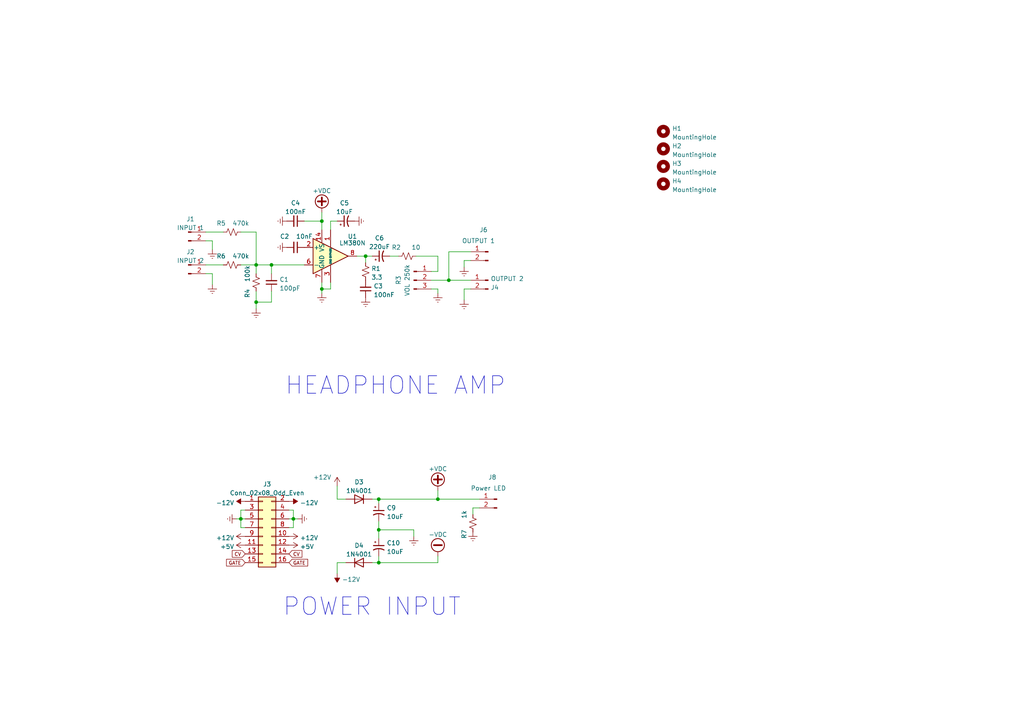
<source format=kicad_sch>
(kicad_sch (version 20211123) (generator eeschema)

  (uuid 8ec51121-6d80-4ad3-8ed7-33d09e783996)

  (paper "A4")

  (lib_symbols
    (symbol "Amplifier_Audio:LM380N" (pin_names (offset 0.127)) (in_bom yes) (on_board yes)
      (property "Reference" "U" (id 0) (at 6.35 6.35 0)
        (effects (font (size 1.27 1.27)))
      )
      (property "Value" "LM380N" (id 1) (at 6.35 3.81 0)
        (effects (font (size 1.27 1.27)))
      )
      (property "Footprint" "Package_DIP:DIP-14_W7.62mm" (id 2) (at 0 0 0)
        (effects (font (size 1.27 1.27) italic) hide)
      )
      (property "Datasheet" "http://www.ti.com/lit/ds/symlink/lm380.pdf" (id 3) (at 0 0 0)
        (effects (font (size 1.27 1.27)) hide)
      )
      (property "ki_keywords" "audio amplifier" (id 4) (at 0 0 0)
        (effects (font (size 1.27 1.27)) hide)
      )
      (property "ki_description" "2.5W Audio Power Amplifier, PDIP-14" (id 5) (at 0 0 0)
        (effects (font (size 1.27 1.27)) hide)
      )
      (property "ki_fp_filters" "DIP*W7.62mm*" (id 6) (at 0 0 0)
        (effects (font (size 1.27 1.27)) hide)
      )
      (symbol "LM380N_0_1"
        (polyline
          (pts
            (xy -5.08 5.08)
            (xy 5.08 0)
            (xy -5.08 -5.08)
            (xy -5.08 5.08)
          )
          (stroke (width 0.254) (type default) (color 0 0 0 0))
          (fill (type background))
        )
      )
      (symbol "LM380N_1_1"
        (pin passive line (at 0 7.62 270) (length 5.08)
          (name "BYPASS" (effects (font (size 0.508 0.508))))
          (number "1" (effects (font (size 1.27 1.27))))
        )
        (pin passive line (at 0 -7.62 90) (length 5.08) hide
          (name "GND" (effects (font (size 0.508 0.508))))
          (number "10" (effects (font (size 1.27 1.27))))
        )
        (pin passive line (at 0 -7.62 90) (length 5.08) hide
          (name "GND" (effects (font (size 0.508 0.508))))
          (number "11" (effects (font (size 1.27 1.27))))
        )
        (pin passive line (at 0 -7.62 90) (length 5.08) hide
          (name "GND" (effects (font (size 0.508 0.508))))
          (number "12" (effects (font (size 1.27 1.27))))
        )
        (pin no_connect line (at 0 -2.54 90) (length 2.54) hide
          (name "NC" (effects (font (size 1.27 1.27))))
          (number "13" (effects (font (size 1.27 1.27))))
        )
        (pin power_in line (at -2.54 7.62 270) (length 3.81)
          (name "VS" (effects (font (size 1.27 1.27))))
          (number "14" (effects (font (size 1.27 1.27))))
        )
        (pin input line (at -7.62 2.54 0) (length 2.54)
          (name "+" (effects (font (size 1.27 1.27))))
          (number "2" (effects (font (size 1.27 1.27))))
        )
        (pin power_in line (at 0 -7.62 90) (length 5.08)
          (name "GND" (effects (font (size 0.508 0.508))))
          (number "3" (effects (font (size 1.27 1.27))))
        )
        (pin passive line (at 0 -7.62 90) (length 5.08) hide
          (name "GND" (effects (font (size 0.508 0.508))))
          (number "4" (effects (font (size 1.27 1.27))))
        )
        (pin passive line (at 0 -7.62 90) (length 5.08) hide
          (name "GND" (effects (font (size 0.508 0.508))))
          (number "5" (effects (font (size 1.27 1.27))))
        )
        (pin input line (at -7.62 -2.54 0) (length 2.54)
          (name "-" (effects (font (size 1.27 1.27))))
          (number "6" (effects (font (size 1.27 1.27))))
        )
        (pin power_in line (at -2.54 -7.62 90) (length 3.81)
          (name "GND" (effects (font (size 1.27 1.27))))
          (number "7" (effects (font (size 1.27 1.27))))
        )
        (pin output line (at 7.62 0 180) (length 2.54)
          (name "~" (effects (font (size 1.27 1.27))))
          (number "8" (effects (font (size 1.27 1.27))))
        )
        (pin no_connect line (at 0 2.54 270) (length 2.54) hide
          (name "NC" (effects (font (size 1.27 1.27))))
          (number "9" (effects (font (size 1.27 1.27))))
        )
      )
    )
    (symbol "Connector:Conn_01x02_Male" (pin_names (offset 1.016) hide) (in_bom yes) (on_board yes)
      (property "Reference" "J" (id 0) (at 0 2.54 0)
        (effects (font (size 1.27 1.27)))
      )
      (property "Value" "Conn_01x02_Male" (id 1) (at 0 -5.08 0)
        (effects (font (size 1.27 1.27)))
      )
      (property "Footprint" "" (id 2) (at 0 0 0)
        (effects (font (size 1.27 1.27)) hide)
      )
      (property "Datasheet" "~" (id 3) (at 0 0 0)
        (effects (font (size 1.27 1.27)) hide)
      )
      (property "ki_keywords" "connector" (id 4) (at 0 0 0)
        (effects (font (size 1.27 1.27)) hide)
      )
      (property "ki_description" "Generic connector, single row, 01x02, script generated (kicad-library-utils/schlib/autogen/connector/)" (id 5) (at 0 0 0)
        (effects (font (size 1.27 1.27)) hide)
      )
      (property "ki_fp_filters" "Connector*:*_1x??_*" (id 6) (at 0 0 0)
        (effects (font (size 1.27 1.27)) hide)
      )
      (symbol "Conn_01x02_Male_1_1"
        (polyline
          (pts
            (xy 1.27 -2.54)
            (xy 0.8636 -2.54)
          )
          (stroke (width 0.1524) (type default) (color 0 0 0 0))
          (fill (type none))
        )
        (polyline
          (pts
            (xy 1.27 0)
            (xy 0.8636 0)
          )
          (stroke (width 0.1524) (type default) (color 0 0 0 0))
          (fill (type none))
        )
        (rectangle (start 0.8636 -2.413) (end 0 -2.667)
          (stroke (width 0.1524) (type default) (color 0 0 0 0))
          (fill (type outline))
        )
        (rectangle (start 0.8636 0.127) (end 0 -0.127)
          (stroke (width 0.1524) (type default) (color 0 0 0 0))
          (fill (type outline))
        )
        (pin passive line (at 5.08 0 180) (length 3.81)
          (name "Pin_1" (effects (font (size 1.27 1.27))))
          (number "1" (effects (font (size 1.27 1.27))))
        )
        (pin passive line (at 5.08 -2.54 180) (length 3.81)
          (name "Pin_2" (effects (font (size 1.27 1.27))))
          (number "2" (effects (font (size 1.27 1.27))))
        )
      )
    )
    (symbol "Connector:Conn_01x03_Male" (pin_names (offset 1.016) hide) (in_bom yes) (on_board yes)
      (property "Reference" "J" (id 0) (at 0 5.08 0)
        (effects (font (size 1.27 1.27)))
      )
      (property "Value" "Conn_01x03_Male" (id 1) (at 0 -5.08 0)
        (effects (font (size 1.27 1.27)))
      )
      (property "Footprint" "" (id 2) (at 0 0 0)
        (effects (font (size 1.27 1.27)) hide)
      )
      (property "Datasheet" "~" (id 3) (at 0 0 0)
        (effects (font (size 1.27 1.27)) hide)
      )
      (property "ki_keywords" "connector" (id 4) (at 0 0 0)
        (effects (font (size 1.27 1.27)) hide)
      )
      (property "ki_description" "Generic connector, single row, 01x03, script generated (kicad-library-utils/schlib/autogen/connector/)" (id 5) (at 0 0 0)
        (effects (font (size 1.27 1.27)) hide)
      )
      (property "ki_fp_filters" "Connector*:*_1x??_*" (id 6) (at 0 0 0)
        (effects (font (size 1.27 1.27)) hide)
      )
      (symbol "Conn_01x03_Male_1_1"
        (polyline
          (pts
            (xy 1.27 -2.54)
            (xy 0.8636 -2.54)
          )
          (stroke (width 0.1524) (type default) (color 0 0 0 0))
          (fill (type none))
        )
        (polyline
          (pts
            (xy 1.27 0)
            (xy 0.8636 0)
          )
          (stroke (width 0.1524) (type default) (color 0 0 0 0))
          (fill (type none))
        )
        (polyline
          (pts
            (xy 1.27 2.54)
            (xy 0.8636 2.54)
          )
          (stroke (width 0.1524) (type default) (color 0 0 0 0))
          (fill (type none))
        )
        (rectangle (start 0.8636 -2.413) (end 0 -2.667)
          (stroke (width 0.1524) (type default) (color 0 0 0 0))
          (fill (type outline))
        )
        (rectangle (start 0.8636 0.127) (end 0 -0.127)
          (stroke (width 0.1524) (type default) (color 0 0 0 0))
          (fill (type outline))
        )
        (rectangle (start 0.8636 2.667) (end 0 2.413)
          (stroke (width 0.1524) (type default) (color 0 0 0 0))
          (fill (type outline))
        )
        (pin passive line (at 5.08 2.54 180) (length 3.81)
          (name "Pin_1" (effects (font (size 1.27 1.27))))
          (number "1" (effects (font (size 1.27 1.27))))
        )
        (pin passive line (at 5.08 0 180) (length 3.81)
          (name "Pin_2" (effects (font (size 1.27 1.27))))
          (number "2" (effects (font (size 1.27 1.27))))
        )
        (pin passive line (at 5.08 -2.54 180) (length 3.81)
          (name "Pin_3" (effects (font (size 1.27 1.27))))
          (number "3" (effects (font (size 1.27 1.27))))
        )
      )
    )
    (symbol "Connector_Generic:Conn_02x08_Odd_Even" (pin_names (offset 1.016) hide) (in_bom yes) (on_board yes)
      (property "Reference" "J" (id 0) (at 1.27 10.16 0)
        (effects (font (size 1.27 1.27)))
      )
      (property "Value" "Conn_02x08_Odd_Even" (id 1) (at 1.27 -12.7 0)
        (effects (font (size 1.27 1.27)))
      )
      (property "Footprint" "" (id 2) (at 0 0 0)
        (effects (font (size 1.27 1.27)) hide)
      )
      (property "Datasheet" "~" (id 3) (at 0 0 0)
        (effects (font (size 1.27 1.27)) hide)
      )
      (property "ki_keywords" "connector" (id 4) (at 0 0 0)
        (effects (font (size 1.27 1.27)) hide)
      )
      (property "ki_description" "Generic connector, double row, 02x08, odd/even pin numbering scheme (row 1 odd numbers, row 2 even numbers), script generated (kicad-library-utils/schlib/autogen/connector/)" (id 5) (at 0 0 0)
        (effects (font (size 1.27 1.27)) hide)
      )
      (property "ki_fp_filters" "Connector*:*_2x??_*" (id 6) (at 0 0 0)
        (effects (font (size 1.27 1.27)) hide)
      )
      (symbol "Conn_02x08_Odd_Even_1_1"
        (rectangle (start -1.27 -10.033) (end 0 -10.287)
          (stroke (width 0.1524) (type default) (color 0 0 0 0))
          (fill (type none))
        )
        (rectangle (start -1.27 -7.493) (end 0 -7.747)
          (stroke (width 0.1524) (type default) (color 0 0 0 0))
          (fill (type none))
        )
        (rectangle (start -1.27 -4.953) (end 0 -5.207)
          (stroke (width 0.1524) (type default) (color 0 0 0 0))
          (fill (type none))
        )
        (rectangle (start -1.27 -2.413) (end 0 -2.667)
          (stroke (width 0.1524) (type default) (color 0 0 0 0))
          (fill (type none))
        )
        (rectangle (start -1.27 0.127) (end 0 -0.127)
          (stroke (width 0.1524) (type default) (color 0 0 0 0))
          (fill (type none))
        )
        (rectangle (start -1.27 2.667) (end 0 2.413)
          (stroke (width 0.1524) (type default) (color 0 0 0 0))
          (fill (type none))
        )
        (rectangle (start -1.27 5.207) (end 0 4.953)
          (stroke (width 0.1524) (type default) (color 0 0 0 0))
          (fill (type none))
        )
        (rectangle (start -1.27 7.747) (end 0 7.493)
          (stroke (width 0.1524) (type default) (color 0 0 0 0))
          (fill (type none))
        )
        (rectangle (start -1.27 8.89) (end 3.81 -11.43)
          (stroke (width 0.254) (type default) (color 0 0 0 0))
          (fill (type background))
        )
        (rectangle (start 3.81 -10.033) (end 2.54 -10.287)
          (stroke (width 0.1524) (type default) (color 0 0 0 0))
          (fill (type none))
        )
        (rectangle (start 3.81 -7.493) (end 2.54 -7.747)
          (stroke (width 0.1524) (type default) (color 0 0 0 0))
          (fill (type none))
        )
        (rectangle (start 3.81 -4.953) (end 2.54 -5.207)
          (stroke (width 0.1524) (type default) (color 0 0 0 0))
          (fill (type none))
        )
        (rectangle (start 3.81 -2.413) (end 2.54 -2.667)
          (stroke (width 0.1524) (type default) (color 0 0 0 0))
          (fill (type none))
        )
        (rectangle (start 3.81 0.127) (end 2.54 -0.127)
          (stroke (width 0.1524) (type default) (color 0 0 0 0))
          (fill (type none))
        )
        (rectangle (start 3.81 2.667) (end 2.54 2.413)
          (stroke (width 0.1524) (type default) (color 0 0 0 0))
          (fill (type none))
        )
        (rectangle (start 3.81 5.207) (end 2.54 4.953)
          (stroke (width 0.1524) (type default) (color 0 0 0 0))
          (fill (type none))
        )
        (rectangle (start 3.81 7.747) (end 2.54 7.493)
          (stroke (width 0.1524) (type default) (color 0 0 0 0))
          (fill (type none))
        )
        (pin passive line (at -5.08 7.62 0) (length 3.81)
          (name "Pin_1" (effects (font (size 1.27 1.27))))
          (number "1" (effects (font (size 1.27 1.27))))
        )
        (pin passive line (at 7.62 -2.54 180) (length 3.81)
          (name "Pin_10" (effects (font (size 1.27 1.27))))
          (number "10" (effects (font (size 1.27 1.27))))
        )
        (pin passive line (at -5.08 -5.08 0) (length 3.81)
          (name "Pin_11" (effects (font (size 1.27 1.27))))
          (number "11" (effects (font (size 1.27 1.27))))
        )
        (pin passive line (at 7.62 -5.08 180) (length 3.81)
          (name "Pin_12" (effects (font (size 1.27 1.27))))
          (number "12" (effects (font (size 1.27 1.27))))
        )
        (pin passive line (at -5.08 -7.62 0) (length 3.81)
          (name "Pin_13" (effects (font (size 1.27 1.27))))
          (number "13" (effects (font (size 1.27 1.27))))
        )
        (pin passive line (at 7.62 -7.62 180) (length 3.81)
          (name "Pin_14" (effects (font (size 1.27 1.27))))
          (number "14" (effects (font (size 1.27 1.27))))
        )
        (pin passive line (at -5.08 -10.16 0) (length 3.81)
          (name "Pin_15" (effects (font (size 1.27 1.27))))
          (number "15" (effects (font (size 1.27 1.27))))
        )
        (pin passive line (at 7.62 -10.16 180) (length 3.81)
          (name "Pin_16" (effects (font (size 1.27 1.27))))
          (number "16" (effects (font (size 1.27 1.27))))
        )
        (pin passive line (at 7.62 7.62 180) (length 3.81)
          (name "Pin_2" (effects (font (size 1.27 1.27))))
          (number "2" (effects (font (size 1.27 1.27))))
        )
        (pin passive line (at -5.08 5.08 0) (length 3.81)
          (name "Pin_3" (effects (font (size 1.27 1.27))))
          (number "3" (effects (font (size 1.27 1.27))))
        )
        (pin passive line (at 7.62 5.08 180) (length 3.81)
          (name "Pin_4" (effects (font (size 1.27 1.27))))
          (number "4" (effects (font (size 1.27 1.27))))
        )
        (pin passive line (at -5.08 2.54 0) (length 3.81)
          (name "Pin_5" (effects (font (size 1.27 1.27))))
          (number "5" (effects (font (size 1.27 1.27))))
        )
        (pin passive line (at 7.62 2.54 180) (length 3.81)
          (name "Pin_6" (effects (font (size 1.27 1.27))))
          (number "6" (effects (font (size 1.27 1.27))))
        )
        (pin passive line (at -5.08 0 0) (length 3.81)
          (name "Pin_7" (effects (font (size 1.27 1.27))))
          (number "7" (effects (font (size 1.27 1.27))))
        )
        (pin passive line (at 7.62 0 180) (length 3.81)
          (name "Pin_8" (effects (font (size 1.27 1.27))))
          (number "8" (effects (font (size 1.27 1.27))))
        )
        (pin passive line (at -5.08 -2.54 0) (length 3.81)
          (name "Pin_9" (effects (font (size 1.27 1.27))))
          (number "9" (effects (font (size 1.27 1.27))))
        )
      )
    )
    (symbol "Device:C_Polarized_Small_US" (pin_numbers hide) (pin_names (offset 0.254) hide) (in_bom yes) (on_board yes)
      (property "Reference" "C" (id 0) (at 0.254 1.778 0)
        (effects (font (size 1.27 1.27)) (justify left))
      )
      (property "Value" "C_Polarized_Small_US" (id 1) (at 0.254 -2.032 0)
        (effects (font (size 1.27 1.27)) (justify left))
      )
      (property "Footprint" "" (id 2) (at 0 0 0)
        (effects (font (size 1.27 1.27)) hide)
      )
      (property "Datasheet" "~" (id 3) (at 0 0 0)
        (effects (font (size 1.27 1.27)) hide)
      )
      (property "ki_keywords" "cap capacitor" (id 4) (at 0 0 0)
        (effects (font (size 1.27 1.27)) hide)
      )
      (property "ki_description" "Polarized capacitor, small US symbol" (id 5) (at 0 0 0)
        (effects (font (size 1.27 1.27)) hide)
      )
      (property "ki_fp_filters" "CP_*" (id 6) (at 0 0 0)
        (effects (font (size 1.27 1.27)) hide)
      )
      (symbol "C_Polarized_Small_US_0_1"
        (polyline
          (pts
            (xy -1.524 0.508)
            (xy 1.524 0.508)
          )
          (stroke (width 0.3048) (type default) (color 0 0 0 0))
          (fill (type none))
        )
        (polyline
          (pts
            (xy -1.27 1.524)
            (xy -0.762 1.524)
          )
          (stroke (width 0) (type default) (color 0 0 0 0))
          (fill (type none))
        )
        (polyline
          (pts
            (xy -1.016 1.27)
            (xy -1.016 1.778)
          )
          (stroke (width 0) (type default) (color 0 0 0 0))
          (fill (type none))
        )
        (arc (start 1.524 -0.762) (mid 0 -0.3734) (end -1.524 -0.762)
          (stroke (width 0.3048) (type default) (color 0 0 0 0))
          (fill (type none))
        )
      )
      (symbol "C_Polarized_Small_US_1_1"
        (pin passive line (at 0 2.54 270) (length 2.032)
          (name "~" (effects (font (size 1.27 1.27))))
          (number "1" (effects (font (size 1.27 1.27))))
        )
        (pin passive line (at 0 -2.54 90) (length 2.032)
          (name "~" (effects (font (size 1.27 1.27))))
          (number "2" (effects (font (size 1.27 1.27))))
        )
      )
    )
    (symbol "Device:C_Small" (pin_numbers hide) (pin_names (offset 0.254) hide) (in_bom yes) (on_board yes)
      (property "Reference" "C" (id 0) (at 0.254 1.778 0)
        (effects (font (size 1.27 1.27)) (justify left))
      )
      (property "Value" "C_Small" (id 1) (at 0.254 -2.032 0)
        (effects (font (size 1.27 1.27)) (justify left))
      )
      (property "Footprint" "" (id 2) (at 0 0 0)
        (effects (font (size 1.27 1.27)) hide)
      )
      (property "Datasheet" "~" (id 3) (at 0 0 0)
        (effects (font (size 1.27 1.27)) hide)
      )
      (property "ki_keywords" "capacitor cap" (id 4) (at 0 0 0)
        (effects (font (size 1.27 1.27)) hide)
      )
      (property "ki_description" "Unpolarized capacitor, small symbol" (id 5) (at 0 0 0)
        (effects (font (size 1.27 1.27)) hide)
      )
      (property "ki_fp_filters" "C_*" (id 6) (at 0 0 0)
        (effects (font (size 1.27 1.27)) hide)
      )
      (symbol "C_Small_0_1"
        (polyline
          (pts
            (xy -1.524 -0.508)
            (xy 1.524 -0.508)
          )
          (stroke (width 0.3302) (type default) (color 0 0 0 0))
          (fill (type none))
        )
        (polyline
          (pts
            (xy -1.524 0.508)
            (xy 1.524 0.508)
          )
          (stroke (width 0.3048) (type default) (color 0 0 0 0))
          (fill (type none))
        )
      )
      (symbol "C_Small_1_1"
        (pin passive line (at 0 2.54 270) (length 2.032)
          (name "~" (effects (font (size 1.27 1.27))))
          (number "1" (effects (font (size 1.27 1.27))))
        )
        (pin passive line (at 0 -2.54 90) (length 2.032)
          (name "~" (effects (font (size 1.27 1.27))))
          (number "2" (effects (font (size 1.27 1.27))))
        )
      )
    )
    (symbol "Device:R_Small_US" (pin_numbers hide) (pin_names (offset 0.254) hide) (in_bom yes) (on_board yes)
      (property "Reference" "R" (id 0) (at 0.762 0.508 0)
        (effects (font (size 1.27 1.27)) (justify left))
      )
      (property "Value" "R_Small_US" (id 1) (at 0.762 -1.016 0)
        (effects (font (size 1.27 1.27)) (justify left))
      )
      (property "Footprint" "" (id 2) (at 0 0 0)
        (effects (font (size 1.27 1.27)) hide)
      )
      (property "Datasheet" "~" (id 3) (at 0 0 0)
        (effects (font (size 1.27 1.27)) hide)
      )
      (property "ki_keywords" "r resistor" (id 4) (at 0 0 0)
        (effects (font (size 1.27 1.27)) hide)
      )
      (property "ki_description" "Resistor, small US symbol" (id 5) (at 0 0 0)
        (effects (font (size 1.27 1.27)) hide)
      )
      (property "ki_fp_filters" "R_*" (id 6) (at 0 0 0)
        (effects (font (size 1.27 1.27)) hide)
      )
      (symbol "R_Small_US_1_1"
        (polyline
          (pts
            (xy 0 0)
            (xy 1.016 -0.381)
            (xy 0 -0.762)
            (xy -1.016 -1.143)
            (xy 0 -1.524)
          )
          (stroke (width 0) (type default) (color 0 0 0 0))
          (fill (type none))
        )
        (polyline
          (pts
            (xy 0 1.524)
            (xy 1.016 1.143)
            (xy 0 0.762)
            (xy -1.016 0.381)
            (xy 0 0)
          )
          (stroke (width 0) (type default) (color 0 0 0 0))
          (fill (type none))
        )
        (pin passive line (at 0 2.54 270) (length 1.016)
          (name "~" (effects (font (size 1.27 1.27))))
          (number "1" (effects (font (size 1.27 1.27))))
        )
        (pin passive line (at 0 -2.54 90) (length 1.016)
          (name "~" (effects (font (size 1.27 1.27))))
          (number "2" (effects (font (size 1.27 1.27))))
        )
      )
    )
    (symbol "Diode:1N4001" (pin_numbers hide) (pin_names (offset 1.016) hide) (in_bom yes) (on_board yes)
      (property "Reference" "D" (id 0) (at 0 2.54 0)
        (effects (font (size 1.27 1.27)))
      )
      (property "Value" "1N4001" (id 1) (at 0 -2.54 0)
        (effects (font (size 1.27 1.27)))
      )
      (property "Footprint" "Diode_THT:D_DO-41_SOD81_P10.16mm_Horizontal" (id 2) (at 0 -4.445 0)
        (effects (font (size 1.27 1.27)) hide)
      )
      (property "Datasheet" "http://www.vishay.com/docs/88503/1n4001.pdf" (id 3) (at 0 0 0)
        (effects (font (size 1.27 1.27)) hide)
      )
      (property "ki_keywords" "diode" (id 4) (at 0 0 0)
        (effects (font (size 1.27 1.27)) hide)
      )
      (property "ki_description" "50V 1A General Purpose Rectifier Diode, DO-41" (id 5) (at 0 0 0)
        (effects (font (size 1.27 1.27)) hide)
      )
      (property "ki_fp_filters" "D*DO?41*" (id 6) (at 0 0 0)
        (effects (font (size 1.27 1.27)) hide)
      )
      (symbol "1N4001_0_1"
        (polyline
          (pts
            (xy -1.27 1.27)
            (xy -1.27 -1.27)
          )
          (stroke (width 0.254) (type default) (color 0 0 0 0))
          (fill (type none))
        )
        (polyline
          (pts
            (xy 1.27 0)
            (xy -1.27 0)
          )
          (stroke (width 0) (type default) (color 0 0 0 0))
          (fill (type none))
        )
        (polyline
          (pts
            (xy 1.27 1.27)
            (xy 1.27 -1.27)
            (xy -1.27 0)
            (xy 1.27 1.27)
          )
          (stroke (width 0.254) (type default) (color 0 0 0 0))
          (fill (type none))
        )
      )
      (symbol "1N4001_1_1"
        (pin passive line (at -3.81 0 0) (length 2.54)
          (name "K" (effects (font (size 1.27 1.27))))
          (number "1" (effects (font (size 1.27 1.27))))
        )
        (pin passive line (at 3.81 0 180) (length 2.54)
          (name "A" (effects (font (size 1.27 1.27))))
          (number "2" (effects (font (size 1.27 1.27))))
        )
      )
    )
    (symbol "Mechanical:MountingHole" (pin_names (offset 1.016)) (in_bom yes) (on_board yes)
      (property "Reference" "H" (id 0) (at 0 5.08 0)
        (effects (font (size 1.27 1.27)))
      )
      (property "Value" "MountingHole" (id 1) (at 0 3.175 0)
        (effects (font (size 1.27 1.27)))
      )
      (property "Footprint" "" (id 2) (at 0 0 0)
        (effects (font (size 1.27 1.27)) hide)
      )
      (property "Datasheet" "~" (id 3) (at 0 0 0)
        (effects (font (size 1.27 1.27)) hide)
      )
      (property "ki_keywords" "mounting hole" (id 4) (at 0 0 0)
        (effects (font (size 1.27 1.27)) hide)
      )
      (property "ki_description" "Mounting Hole without connection" (id 5) (at 0 0 0)
        (effects (font (size 1.27 1.27)) hide)
      )
      (property "ki_fp_filters" "MountingHole*" (id 6) (at 0 0 0)
        (effects (font (size 1.27 1.27)) hide)
      )
      (symbol "MountingHole_0_1"
        (circle (center 0 0) (radius 1.27)
          (stroke (width 1.27) (type default) (color 0 0 0 0))
          (fill (type none))
        )
      )
    )
    (symbol "power:+12V" (power) (pin_names (offset 0)) (in_bom yes) (on_board yes)
      (property "Reference" "#PWR" (id 0) (at 0 -3.81 0)
        (effects (font (size 1.27 1.27)) hide)
      )
      (property "Value" "+12V" (id 1) (at 0 3.556 0)
        (effects (font (size 1.27 1.27)))
      )
      (property "Footprint" "" (id 2) (at 0 0 0)
        (effects (font (size 1.27 1.27)) hide)
      )
      (property "Datasheet" "" (id 3) (at 0 0 0)
        (effects (font (size 1.27 1.27)) hide)
      )
      (property "ki_keywords" "power-flag" (id 4) (at 0 0 0)
        (effects (font (size 1.27 1.27)) hide)
      )
      (property "ki_description" "Power symbol creates a global label with name \"+12V\"" (id 5) (at 0 0 0)
        (effects (font (size 1.27 1.27)) hide)
      )
      (symbol "+12V_0_1"
        (polyline
          (pts
            (xy -0.762 1.27)
            (xy 0 2.54)
          )
          (stroke (width 0) (type default) (color 0 0 0 0))
          (fill (type none))
        )
        (polyline
          (pts
            (xy 0 0)
            (xy 0 2.54)
          )
          (stroke (width 0) (type default) (color 0 0 0 0))
          (fill (type none))
        )
        (polyline
          (pts
            (xy 0 2.54)
            (xy 0.762 1.27)
          )
          (stroke (width 0) (type default) (color 0 0 0 0))
          (fill (type none))
        )
      )
      (symbol "+12V_1_1"
        (pin power_in line (at 0 0 90) (length 0) hide
          (name "+12V" (effects (font (size 1.27 1.27))))
          (number "1" (effects (font (size 1.27 1.27))))
        )
      )
    )
    (symbol "power:+5V" (power) (pin_names (offset 0)) (in_bom yes) (on_board yes)
      (property "Reference" "#PWR" (id 0) (at 0 -3.81 0)
        (effects (font (size 1.27 1.27)) hide)
      )
      (property "Value" "+5V" (id 1) (at 0 3.556 0)
        (effects (font (size 1.27 1.27)))
      )
      (property "Footprint" "" (id 2) (at 0 0 0)
        (effects (font (size 1.27 1.27)) hide)
      )
      (property "Datasheet" "" (id 3) (at 0 0 0)
        (effects (font (size 1.27 1.27)) hide)
      )
      (property "ki_keywords" "power-flag" (id 4) (at 0 0 0)
        (effects (font (size 1.27 1.27)) hide)
      )
      (property "ki_description" "Power symbol creates a global label with name \"+5V\"" (id 5) (at 0 0 0)
        (effects (font (size 1.27 1.27)) hide)
      )
      (symbol "+5V_0_1"
        (polyline
          (pts
            (xy -0.762 1.27)
            (xy 0 2.54)
          )
          (stroke (width 0) (type default) (color 0 0 0 0))
          (fill (type none))
        )
        (polyline
          (pts
            (xy 0 0)
            (xy 0 2.54)
          )
          (stroke (width 0) (type default) (color 0 0 0 0))
          (fill (type none))
        )
        (polyline
          (pts
            (xy 0 2.54)
            (xy 0.762 1.27)
          )
          (stroke (width 0) (type default) (color 0 0 0 0))
          (fill (type none))
        )
      )
      (symbol "+5V_1_1"
        (pin power_in line (at 0 0 90) (length 0) hide
          (name "+5V" (effects (font (size 1.27 1.27))))
          (number "1" (effects (font (size 1.27 1.27))))
        )
      )
    )
    (symbol "power:+VDC" (power) (pin_names (offset 0)) (in_bom yes) (on_board yes)
      (property "Reference" "#PWR" (id 0) (at 0 -2.54 0)
        (effects (font (size 1.27 1.27)) hide)
      )
      (property "Value" "+VDC" (id 1) (at 0 6.35 0)
        (effects (font (size 1.27 1.27)))
      )
      (property "Footprint" "" (id 2) (at 0 0 0)
        (effects (font (size 1.27 1.27)) hide)
      )
      (property "Datasheet" "" (id 3) (at 0 0 0)
        (effects (font (size 1.27 1.27)) hide)
      )
      (property "ki_keywords" "power-flag" (id 4) (at 0 0 0)
        (effects (font (size 1.27 1.27)) hide)
      )
      (property "ki_description" "Power symbol creates a global label with name \"+VDC\"" (id 5) (at 0 0 0)
        (effects (font (size 1.27 1.27)) hide)
      )
      (symbol "+VDC_0_1"
        (polyline
          (pts
            (xy -1.143 3.175)
            (xy 1.143 3.175)
          )
          (stroke (width 0.508) (type default) (color 0 0 0 0))
          (fill (type none))
        )
        (polyline
          (pts
            (xy 0 0)
            (xy 0 1.27)
          )
          (stroke (width 0) (type default) (color 0 0 0 0))
          (fill (type none))
        )
        (polyline
          (pts
            (xy 0 2.032)
            (xy 0 4.318)
          )
          (stroke (width 0.508) (type default) (color 0 0 0 0))
          (fill (type none))
        )
        (circle (center 0 3.175) (radius 1.905)
          (stroke (width 0.254) (type default) (color 0 0 0 0))
          (fill (type none))
        )
      )
      (symbol "+VDC_1_1"
        (pin power_in line (at 0 0 90) (length 0) hide
          (name "+VDC" (effects (font (size 1.27 1.27))))
          (number "1" (effects (font (size 1.27 1.27))))
        )
      )
    )
    (symbol "power:-12V" (power) (pin_names (offset 0)) (in_bom yes) (on_board yes)
      (property "Reference" "#PWR" (id 0) (at 0 2.54 0)
        (effects (font (size 1.27 1.27)) hide)
      )
      (property "Value" "-12V" (id 1) (at 0 3.81 0)
        (effects (font (size 1.27 1.27)))
      )
      (property "Footprint" "" (id 2) (at 0 0 0)
        (effects (font (size 1.27 1.27)) hide)
      )
      (property "Datasheet" "" (id 3) (at 0 0 0)
        (effects (font (size 1.27 1.27)) hide)
      )
      (property "ki_keywords" "power-flag" (id 4) (at 0 0 0)
        (effects (font (size 1.27 1.27)) hide)
      )
      (property "ki_description" "Power symbol creates a global label with name \"-12V\"" (id 5) (at 0 0 0)
        (effects (font (size 1.27 1.27)) hide)
      )
      (symbol "-12V_0_0"
        (pin power_in line (at 0 0 90) (length 0) hide
          (name "-12V" (effects (font (size 1.27 1.27))))
          (number "1" (effects (font (size 1.27 1.27))))
        )
      )
      (symbol "-12V_0_1"
        (polyline
          (pts
            (xy 0 0)
            (xy 0 1.27)
            (xy 0.762 1.27)
            (xy 0 2.54)
            (xy -0.762 1.27)
            (xy 0 1.27)
          )
          (stroke (width 0) (type default) (color 0 0 0 0))
          (fill (type outline))
        )
      )
    )
    (symbol "power:-VDC" (power) (pin_names (offset 0)) (in_bom yes) (on_board yes)
      (property "Reference" "#PWR" (id 0) (at 0 -2.54 0)
        (effects (font (size 1.27 1.27)) hide)
      )
      (property "Value" "-VDC" (id 1) (at 0 6.35 0)
        (effects (font (size 1.27 1.27)))
      )
      (property "Footprint" "" (id 2) (at 0 0 0)
        (effects (font (size 1.27 1.27)) hide)
      )
      (property "Datasheet" "" (id 3) (at 0 0 0)
        (effects (font (size 1.27 1.27)) hide)
      )
      (property "ki_keywords" "power-flag" (id 4) (at 0 0 0)
        (effects (font (size 1.27 1.27)) hide)
      )
      (property "ki_description" "Power symbol creates a global label with name \"-VDC\"" (id 5) (at 0 0 0)
        (effects (font (size 1.27 1.27)) hide)
      )
      (symbol "-VDC_0_1"
        (polyline
          (pts
            (xy -1.143 3.175)
            (xy 1.143 3.175)
          )
          (stroke (width 0.508) (type default) (color 0 0 0 0))
          (fill (type none))
        )
        (polyline
          (pts
            (xy 0 0)
            (xy 0 1.27)
          )
          (stroke (width 0) (type default) (color 0 0 0 0))
          (fill (type none))
        )
        (circle (center 0 3.175) (radius 1.905)
          (stroke (width 0.254) (type default) (color 0 0 0 0))
          (fill (type none))
        )
      )
      (symbol "-VDC_1_1"
        (pin power_in line (at 0 0 90) (length 0) hide
          (name "-VDC" (effects (font (size 1.27 1.27))))
          (number "1" (effects (font (size 1.27 1.27))))
        )
      )
    )
    (symbol "power:Earth" (power) (pin_names (offset 0)) (in_bom yes) (on_board yes)
      (property "Reference" "#PWR" (id 0) (at 0 -6.35 0)
        (effects (font (size 1.27 1.27)) hide)
      )
      (property "Value" "Earth" (id 1) (at 0 -3.81 0)
        (effects (font (size 1.27 1.27)) hide)
      )
      (property "Footprint" "" (id 2) (at 0 0 0)
        (effects (font (size 1.27 1.27)) hide)
      )
      (property "Datasheet" "~" (id 3) (at 0 0 0)
        (effects (font (size 1.27 1.27)) hide)
      )
      (property "ki_keywords" "power-flag ground gnd" (id 4) (at 0 0 0)
        (effects (font (size 1.27 1.27)) hide)
      )
      (property "ki_description" "Power symbol creates a global label with name \"Earth\"" (id 5) (at 0 0 0)
        (effects (font (size 1.27 1.27)) hide)
      )
      (symbol "Earth_0_1"
        (polyline
          (pts
            (xy -0.635 -1.905)
            (xy 0.635 -1.905)
          )
          (stroke (width 0) (type default) (color 0 0 0 0))
          (fill (type none))
        )
        (polyline
          (pts
            (xy -0.127 -2.54)
            (xy 0.127 -2.54)
          )
          (stroke (width 0) (type default) (color 0 0 0 0))
          (fill (type none))
        )
        (polyline
          (pts
            (xy 0 -1.27)
            (xy 0 0)
          )
          (stroke (width 0) (type default) (color 0 0 0 0))
          (fill (type none))
        )
        (polyline
          (pts
            (xy 1.27 -1.27)
            (xy -1.27 -1.27)
          )
          (stroke (width 0) (type default) (color 0 0 0 0))
          (fill (type none))
        )
      )
      (symbol "Earth_1_1"
        (pin power_in line (at 0 0 270) (length 0) hide
          (name "Earth" (effects (font (size 1.27 1.27))))
          (number "1" (effects (font (size 1.27 1.27))))
        )
      )
    )
  )

  (junction (at 106.045 74.295) (diameter 0) (color 0 0 0 0)
    (uuid 07f1f951-47ac-42ee-8d6d-161eec961b35)
  )
  (junction (at 78.74 76.835) (diameter 0) (color 0 0 0 0)
    (uuid 10b1d115-4f1d-4139-bd57-c44b7e2f2a42)
  )
  (junction (at 74.295 76.835) (diameter 0) (color 0 0 0 0)
    (uuid 13540d38-a581-4f19-ab56-8f85b0d30d19)
  )
  (junction (at 109.855 144.78) (diameter 0) (color 0 0 0 0)
    (uuid 271ecc1c-8497-4084-82eb-cbcb083bec6c)
  )
  (junction (at 74.295 87.63) (diameter 0) (color 0 0 0 0)
    (uuid 2b5e5797-f0dd-4453-8f26-3b850fb35735)
  )
  (junction (at 109.855 163.195) (diameter 0) (color 0 0 0 0)
    (uuid 37fac819-475d-46e9-88cc-28a7c7e932fe)
  )
  (junction (at 127 144.78) (diameter 0) (color 0 0 0 0)
    (uuid 44777790-ccaf-4cef-8234-3f51747dc3a2)
  )
  (junction (at 93.345 83.82) (diameter 0) (color 0 0 0 0)
    (uuid 5d38e30a-9e83-432c-8dcf-e0447fba8eaa)
  )
  (junction (at 130.175 81.28) (diameter 0) (color 0 0 0 0)
    (uuid 9a809d03-94d3-4303-97b9-9480e24ac684)
  )
  (junction (at 85.09 150.495) (diameter 0) (color 0 0 0 0)
    (uuid ad7e69f7-b6a8-4257-a1e2-36476163bd9d)
  )
  (junction (at 69.85 150.495) (diameter 0) (color 0 0 0 0)
    (uuid e57e1612-ce5d-4751-9f75-35ff0c475bcb)
  )
  (junction (at 93.345 64.135) (diameter 0) (color 0 0 0 0)
    (uuid f272a995-901a-4f7a-a520-6f31b028ddeb)
  )
  (junction (at 109.855 153.67) (diameter 0) (color 0 0 0 0)
    (uuid f7ab4208-cd91-4a67-97f0-ab5ae95c20ea)
  )

  (wire (pts (xy 69.85 150.495) (xy 71.12 150.495))
    (stroke (width 0) (type default) (color 0 0 0 0))
    (uuid 021f6de7-be70-4eb3-b769-2fdebab2f7b6)
  )
  (wire (pts (xy 137.16 147.32) (xy 137.16 149.225))
    (stroke (width 0) (type default) (color 0 0 0 0))
    (uuid 063c66a3-f72e-48f6-a569-cb4a75dc0cc4)
  )
  (wire (pts (xy 69.85 76.835) (xy 74.295 76.835))
    (stroke (width 0) (type default) (color 0 0 0 0))
    (uuid 0a4d00db-0f9d-4145-aa52-6df88eb3fbfe)
  )
  (wire (pts (xy 74.295 87.63) (xy 74.295 89.535))
    (stroke (width 0) (type default) (color 0 0 0 0))
    (uuid 0aae14d1-1369-4a5d-bcc3-85b665073663)
  )
  (wire (pts (xy 85.09 150.495) (xy 85.09 153.035))
    (stroke (width 0) (type default) (color 0 0 0 0))
    (uuid 15a3644b-9383-47ea-aae0-a2260e1f0e8d)
  )
  (wire (pts (xy 78.74 76.835) (xy 88.265 76.835))
    (stroke (width 0) (type default) (color 0 0 0 0))
    (uuid 1a105eae-4bfd-43c8-9acb-3364eae7bf41)
  )
  (wire (pts (xy 83.82 147.955) (xy 85.09 147.955))
    (stroke (width 0) (type default) (color 0 0 0 0))
    (uuid 1dfb3221-f8ca-49fb-828d-22372b8f0185)
  )
  (wire (pts (xy 109.855 144.78) (xy 127 144.78))
    (stroke (width 0) (type default) (color 0 0 0 0))
    (uuid 259bef9b-90b9-40a6-8112-acbbe9cdfe31)
  )
  (wire (pts (xy 130.175 81.28) (xy 136.525 81.28))
    (stroke (width 0) (type default) (color 0 0 0 0))
    (uuid 3029db69-93c2-4dfd-8d6e-63586fbc4690)
  )
  (wire (pts (xy 130.175 73.025) (xy 130.175 81.28))
    (stroke (width 0) (type default) (color 0 0 0 0))
    (uuid 334a03cb-4516-4950-87e0-d34acbf559e6)
  )
  (wire (pts (xy 109.855 144.78) (xy 109.855 146.05))
    (stroke (width 0) (type default) (color 0 0 0 0))
    (uuid 35612164-5e87-42e6-9ffa-30d6f9d097ca)
  )
  (wire (pts (xy 109.855 153.67) (xy 109.855 156.21))
    (stroke (width 0) (type default) (color 0 0 0 0))
    (uuid 36164bcb-6865-4b29-8a26-feb3f578f862)
  )
  (wire (pts (xy 61.595 79.375) (xy 61.595 82.55))
    (stroke (width 0) (type default) (color 0 0 0 0))
    (uuid 3858383d-7656-4fdd-a635-2b06cc17f133)
  )
  (wire (pts (xy 95.885 81.915) (xy 95.885 83.82))
    (stroke (width 0) (type default) (color 0 0 0 0))
    (uuid 391be8f9-2f6c-4101-af2a-56733ad396fe)
  )
  (wire (pts (xy 107.95 163.195) (xy 109.855 163.195))
    (stroke (width 0) (type default) (color 0 0 0 0))
    (uuid 3b0479d8-4a3c-4dcc-9159-d6c7e8e816bd)
  )
  (wire (pts (xy 113.03 74.295) (xy 115.57 74.295))
    (stroke (width 0) (type default) (color 0 0 0 0))
    (uuid 3eb0b446-4bf1-40fa-9be2-59f2b884c9c4)
  )
  (wire (pts (xy 106.045 74.295) (xy 107.95 74.295))
    (stroke (width 0) (type default) (color 0 0 0 0))
    (uuid 3f1adf7f-3903-4ffe-a361-12359a306c86)
  )
  (wire (pts (xy 107.95 144.78) (xy 109.855 144.78))
    (stroke (width 0) (type default) (color 0 0 0 0))
    (uuid 4435c616-6f84-42c4-b119-6da10bfe0faa)
  )
  (wire (pts (xy 69.85 147.955) (xy 71.12 147.955))
    (stroke (width 0) (type default) (color 0 0 0 0))
    (uuid 4cf623c3-a453-46b9-b867-84763f8d7676)
  )
  (wire (pts (xy 69.85 153.035) (xy 71.12 153.035))
    (stroke (width 0) (type default) (color 0 0 0 0))
    (uuid 4cfafd67-080c-48d5-b9ac-bb5367ca5080)
  )
  (wire (pts (xy 109.855 151.13) (xy 109.855 153.67))
    (stroke (width 0) (type default) (color 0 0 0 0))
    (uuid 53854deb-c060-41e5-90eb-5e20029aa87d)
  )
  (wire (pts (xy 109.855 153.67) (xy 120.015 153.67))
    (stroke (width 0) (type default) (color 0 0 0 0))
    (uuid 53efa3f7-ba65-4f8b-a120-a70eb0093d47)
  )
  (wire (pts (xy 97.79 64.135) (xy 95.885 64.135))
    (stroke (width 0) (type default) (color 0 0 0 0))
    (uuid 58991fea-a73c-44d4-8a3c-374da4a3ac11)
  )
  (wire (pts (xy 74.295 84.455) (xy 74.295 87.63))
    (stroke (width 0) (type default) (color 0 0 0 0))
    (uuid 5d657434-4772-44d0-8777-8e5fc09cb79b)
  )
  (wire (pts (xy 68.58 150.495) (xy 69.85 150.495))
    (stroke (width 0) (type default) (color 0 0 0 0))
    (uuid 5fc301ef-74d0-42ad-863b-6a0bc2336b14)
  )
  (wire (pts (xy 85.09 147.955) (xy 85.09 150.495))
    (stroke (width 0) (type default) (color 0 0 0 0))
    (uuid 6414d079-7c51-4d28-b3fe-e81af095339d)
  )
  (wire (pts (xy 136.525 83.82) (xy 134.62 83.82))
    (stroke (width 0) (type default) (color 0 0 0 0))
    (uuid 6cc7ffdd-6726-412a-b2ba-0cbcdebe0e4f)
  )
  (wire (pts (xy 69.85 150.495) (xy 69.85 153.035))
    (stroke (width 0) (type default) (color 0 0 0 0))
    (uuid 739eb63d-da36-43d5-a32d-262d60ebfb65)
  )
  (wire (pts (xy 127 83.82) (xy 127 85.09))
    (stroke (width 0) (type default) (color 0 0 0 0))
    (uuid 741d2f92-c33a-4200-815f-1afd73a6caa0)
  )
  (wire (pts (xy 127 144.78) (xy 139.065 144.78))
    (stroke (width 0) (type default) (color 0 0 0 0))
    (uuid 76509022-2068-4849-8074-4e1ac4b1e762)
  )
  (wire (pts (xy 78.74 79.375) (xy 78.74 76.835))
    (stroke (width 0) (type default) (color 0 0 0 0))
    (uuid 77e95d80-8a34-466b-a661-951402fe0d6e)
  )
  (wire (pts (xy 85.09 153.035) (xy 83.82 153.035))
    (stroke (width 0) (type default) (color 0 0 0 0))
    (uuid 79b371b2-58a0-4f37-a45e-e3e476253462)
  )
  (wire (pts (xy 93.345 81.915) (xy 93.345 83.82))
    (stroke (width 0) (type default) (color 0 0 0 0))
    (uuid 7a223ec5-913c-4252-94de-bf54755c8247)
  )
  (wire (pts (xy 139.065 147.32) (xy 137.16 147.32))
    (stroke (width 0) (type default) (color 0 0 0 0))
    (uuid 81fc9d57-9fac-460c-b186-fab7326e0f30)
  )
  (wire (pts (xy 136.525 73.025) (xy 130.175 73.025))
    (stroke (width 0) (type default) (color 0 0 0 0))
    (uuid 827b4a38-a0da-4779-8adb-194b704efb3b)
  )
  (wire (pts (xy 69.85 147.955) (xy 69.85 150.495))
    (stroke (width 0) (type default) (color 0 0 0 0))
    (uuid 83d12365-7ed5-4adb-805a-ba42314100d5)
  )
  (wire (pts (xy 125.095 83.82) (xy 127 83.82))
    (stroke (width 0) (type default) (color 0 0 0 0))
    (uuid 8664179f-0a9a-4ce4-bb79-28de905b7751)
  )
  (wire (pts (xy 74.295 87.63) (xy 78.74 87.63))
    (stroke (width 0) (type default) (color 0 0 0 0))
    (uuid 889ceb79-c98d-4ce6-93cd-5a1c09af9840)
  )
  (wire (pts (xy 93.345 61.595) (xy 93.345 64.135))
    (stroke (width 0) (type default) (color 0 0 0 0))
    (uuid 891b8bd5-9803-4ab8-b068-d9d1073dd1ed)
  )
  (wire (pts (xy 97.79 163.195) (xy 97.79 166.37))
    (stroke (width 0) (type default) (color 0 0 0 0))
    (uuid 898a47a0-bdb6-4374-a4b7-56b9c47101fc)
  )
  (wire (pts (xy 59.69 69.85) (xy 61.595 69.85))
    (stroke (width 0) (type default) (color 0 0 0 0))
    (uuid 8bf10ff5-b31a-4648-98ec-81cfb9e86759)
  )
  (wire (pts (xy 88.265 64.135) (xy 93.345 64.135))
    (stroke (width 0) (type default) (color 0 0 0 0))
    (uuid 8ceec930-7070-48d9-8afb-b78373c2cbd2)
  )
  (wire (pts (xy 93.345 83.82) (xy 93.345 85.09))
    (stroke (width 0) (type default) (color 0 0 0 0))
    (uuid a58164ef-817a-4200-a88d-b8ec5ae0aba0)
  )
  (wire (pts (xy 74.295 76.835) (xy 74.295 79.375))
    (stroke (width 0) (type default) (color 0 0 0 0))
    (uuid a6d860fd-a3c1-4c3e-97d6-8ceb303c2757)
  )
  (wire (pts (xy 130.175 81.28) (xy 125.095 81.28))
    (stroke (width 0) (type default) (color 0 0 0 0))
    (uuid a79933dd-3da1-4a75-8185-43fff0bd4778)
  )
  (wire (pts (xy 106.045 74.295) (xy 106.045 76.2))
    (stroke (width 0) (type default) (color 0 0 0 0))
    (uuid abbfb040-0d09-4017-93f7-4f5b0fdd567a)
  )
  (wire (pts (xy 69.85 67.31) (xy 74.295 67.31))
    (stroke (width 0) (type default) (color 0 0 0 0))
    (uuid acc3fb31-3893-409d-8b44-ef6004d3ed78)
  )
  (wire (pts (xy 134.62 75.565) (xy 134.62 77.47))
    (stroke (width 0) (type default) (color 0 0 0 0))
    (uuid adde49ca-1222-43f6-bec8-eb4fda22ef5d)
  )
  (wire (pts (xy 78.74 87.63) (xy 78.74 84.455))
    (stroke (width 0) (type default) (color 0 0 0 0))
    (uuid b1c3ee82-c946-419d-a675-af0b7af13427)
  )
  (wire (pts (xy 127 142.24) (xy 127 144.78))
    (stroke (width 0) (type default) (color 0 0 0 0))
    (uuid b321d132-4e1e-43a7-b2ba-9148dc724bf1)
  )
  (wire (pts (xy 100.33 163.195) (xy 97.79 163.195))
    (stroke (width 0) (type default) (color 0 0 0 0))
    (uuid b47e6ae5-c317-47ac-bef4-efbd214c0a29)
  )
  (wire (pts (xy 95.885 64.135) (xy 95.885 66.675))
    (stroke (width 0) (type default) (color 0 0 0 0))
    (uuid b7c7bc97-cac6-4ca2-aa9c-7468da2b7786)
  )
  (wire (pts (xy 136.525 75.565) (xy 134.62 75.565))
    (stroke (width 0) (type default) (color 0 0 0 0))
    (uuid c93309ae-834e-4205-b088-dafd14bfa655)
  )
  (wire (pts (xy 85.09 150.495) (xy 86.36 150.495))
    (stroke (width 0) (type default) (color 0 0 0 0))
    (uuid ce422748-3cd5-4e61-9081-a208f28f0120)
  )
  (wire (pts (xy 61.595 69.85) (xy 61.595 72.39))
    (stroke (width 0) (type default) (color 0 0 0 0))
    (uuid cf4300cb-64de-4a1d-acc7-3e26ef0da4c6)
  )
  (wire (pts (xy 120.015 153.67) (xy 120.015 155.575))
    (stroke (width 0) (type default) (color 0 0 0 0))
    (uuid d1e2de67-15a5-404b-bf45-507d7df4765f)
  )
  (wire (pts (xy 59.69 79.375) (xy 61.595 79.375))
    (stroke (width 0) (type default) (color 0 0 0 0))
    (uuid daf0808a-6a39-4ae4-934f-6d1486dd99b5)
  )
  (wire (pts (xy 125.095 78.74) (xy 127 78.74))
    (stroke (width 0) (type default) (color 0 0 0 0))
    (uuid dce9c9d0-bc40-455a-ab83-f83b74ae3f42)
  )
  (wire (pts (xy 127 163.195) (xy 127 161.29))
    (stroke (width 0) (type default) (color 0 0 0 0))
    (uuid e29665ab-6845-4c28-b3d6-a8c7240b007c)
  )
  (wire (pts (xy 74.295 76.835) (xy 78.74 76.835))
    (stroke (width 0) (type default) (color 0 0 0 0))
    (uuid e33eebac-b4d4-4e22-9ead-c4c4f10b1878)
  )
  (wire (pts (xy 97.79 140.97) (xy 97.79 144.78))
    (stroke (width 0) (type default) (color 0 0 0 0))
    (uuid e49e9af1-1d90-406a-b0ea-2187371afa44)
  )
  (wire (pts (xy 134.62 83.82) (xy 134.62 86.995))
    (stroke (width 0) (type default) (color 0 0 0 0))
    (uuid e4dbbe83-c641-4556-94cd-417e8c4e3a47)
  )
  (wire (pts (xy 100.33 144.78) (xy 97.79 144.78))
    (stroke (width 0) (type default) (color 0 0 0 0))
    (uuid e5028dfb-7290-4698-a008-ffc2570f233c)
  )
  (wire (pts (xy 83.82 150.495) (xy 85.09 150.495))
    (stroke (width 0) (type default) (color 0 0 0 0))
    (uuid e5148c39-fce0-47f4-9b2a-f222afe71152)
  )
  (wire (pts (xy 127 78.74) (xy 127 74.295))
    (stroke (width 0) (type default) (color 0 0 0 0))
    (uuid e6f2c872-42eb-4335-a126-3ea10c5e5a0d)
  )
  (wire (pts (xy 109.855 163.195) (xy 127 163.195))
    (stroke (width 0) (type default) (color 0 0 0 0))
    (uuid e7caca00-d9bc-4b3c-b499-ad84de27f320)
  )
  (wire (pts (xy 74.295 67.31) (xy 74.295 76.835))
    (stroke (width 0) (type default) (color 0 0 0 0))
    (uuid e8915dcd-b465-4ecd-9b87-e2f53775be0a)
  )
  (wire (pts (xy 127 74.295) (xy 120.65 74.295))
    (stroke (width 0) (type default) (color 0 0 0 0))
    (uuid ebe85181-2d81-4360-b2b4-f109e349518d)
  )
  (wire (pts (xy 59.69 76.835) (xy 64.77 76.835))
    (stroke (width 0) (type default) (color 0 0 0 0))
    (uuid ec1de49a-97e4-4d20-a5fb-197eaa4de05a)
  )
  (wire (pts (xy 59.69 67.31) (xy 64.77 67.31))
    (stroke (width 0) (type default) (color 0 0 0 0))
    (uuid f4e13fd1-a3f3-4f1a-ad69-3b2e2f328a5e)
  )
  (wire (pts (xy 103.505 74.295) (xy 106.045 74.295))
    (stroke (width 0) (type default) (color 0 0 0 0))
    (uuid f82120f6-1509-4740-aa28-23378a6030c9)
  )
  (wire (pts (xy 93.345 64.135) (xy 93.345 66.675))
    (stroke (width 0) (type default) (color 0 0 0 0))
    (uuid fb285910-7370-46a6-973a-6903eeaa6cda)
  )
  (wire (pts (xy 95.885 83.82) (xy 93.345 83.82))
    (stroke (width 0) (type default) (color 0 0 0 0))
    (uuid fc236135-d972-431e-8201-cce269dd07ab)
  )
  (wire (pts (xy 109.855 163.195) (xy 109.855 161.29))
    (stroke (width 0) (type default) (color 0 0 0 0))
    (uuid febd2231-ac4e-49d4-a4f2-6b886d3039c4)
  )

  (text "POWER INPUT\n" (at 81.915 179.07 0)
    (effects (font (size 5.08 5.08)) (justify left bottom))
    (uuid 196cabc5-f1f7-4027-aeca-38c7d7e232b4)
  )
  (text "HEADPHONE AMP\n" (at 82.55 114.935 0)
    (effects (font (size 5.08 5.08)) (justify left bottom))
    (uuid b72525f6-fc79-4d86-bb74-e46af18329b1)
  )

  (global_label "CV" (shape input) (at 83.82 160.655 0) (fields_autoplaced)
    (effects (font (size 1 1)) (justify left))
    (uuid 6340405b-29e0-4870-a6b6-6d6ba44ff231)
    (property "Intersheet References" "${INTERSHEET_REFS}" (id 0) (at 87.5771 160.7175 0)
      (effects (font (size 1 1)) (justify left) hide)
    )
  )
  (global_label "GATE" (shape input) (at 71.12 163.195 180) (fields_autoplaced)
    (effects (font (size 1 1)) (justify right))
    (uuid b4f07732-1a85-4917-87ee-c0240d38fa0b)
    (property "Intersheet References" "${INTERSHEET_REFS}" (id 0) (at 65.6962 163.1325 0)
      (effects (font (size 1 1)) (justify right) hide)
    )
  )
  (global_label "GATE" (shape input) (at 83.82 163.195 0) (fields_autoplaced)
    (effects (font (size 1 1)) (justify left))
    (uuid e7525833-0919-47f9-b749-554c38df9ba1)
    (property "Intersheet References" "${INTERSHEET_REFS}" (id 0) (at 89.2438 163.2575 0)
      (effects (font (size 1 1)) (justify left) hide)
    )
  )
  (global_label "CV" (shape input) (at 71.12 160.655 180) (fields_autoplaced)
    (effects (font (size 1 1)) (justify right))
    (uuid ec3e36b2-833a-4a91-94c7-b373060b7ddf)
    (property "Intersheet References" "${INTERSHEET_REFS}" (id 0) (at 67.3629 160.5925 0)
      (effects (font (size 1 1)) (justify right) hide)
    )
  )

  (symbol (lib_id "Device:C_Small") (at 106.045 83.82 180) (unit 1)
    (in_bom yes) (on_board yes) (fields_autoplaced)
    (uuid 0615adf3-4b68-41d4-9619-0fc9eaf56152)
    (property "Reference" "C3" (id 0) (at 108.3691 82.9789 0)
      (effects (font (size 1.27 1.27)) (justify right))
    )
    (property "Value" "100nF" (id 1) (at 108.3691 85.5158 0)
      (effects (font (size 1.27 1.27)) (justify right))
    )
    (property "Footprint" "Capacitor_THT:C_Disc_D5.0mm_W2.5mm_P5.00mm" (id 2) (at 106.045 83.82 0)
      (effects (font (size 1.27 1.27)) hide)
    )
    (property "Datasheet" "~" (id 3) (at 106.045 83.82 0)
      (effects (font (size 1.27 1.27)) hide)
    )
    (pin "1" (uuid f9ce5bd4-cfbe-4ff2-839d-4f47a0f7775e))
    (pin "2" (uuid 48f959a2-78f1-4d02-b7e6-15eead10f0b5))
  )

  (symbol (lib_id "Device:C_Polarized_Small_US") (at 100.33 64.135 90) (unit 1)
    (in_bom yes) (on_board yes) (fields_autoplaced)
    (uuid 06913b43-d2b1-4e8f-a65f-a728680f345e)
    (property "Reference" "C5" (id 0) (at 99.8982 58.8858 90))
    (property "Value" "10uF" (id 1) (at 99.8982 61.4227 90))
    (property "Footprint" "Capacitor_THT:CP_Radial_D8.0mm_P3.80mm" (id 2) (at 100.33 64.135 0)
      (effects (font (size 1.27 1.27)) hide)
    )
    (property "Datasheet" "~" (id 3) (at 100.33 64.135 0)
      (effects (font (size 1.27 1.27)) hide)
    )
    (pin "1" (uuid 303c47ca-681a-4096-a140-6850348a57ed))
    (pin "2" (uuid b65d17b1-3892-44ee-a36e-31bfc4c71c21))
  )

  (symbol (lib_id "power:+5V") (at 83.82 158.115 270) (unit 1)
    (in_bom yes) (on_board yes) (fields_autoplaced)
    (uuid 0a0d3eb7-4349-4459-ae09-f7b9e2e0cf09)
    (property "Reference" "#PWR014" (id 0) (at 80.01 158.115 0)
      (effects (font (size 1.27 1.27)) hide)
    )
    (property "Value" "+5V" (id 1) (at 86.995 158.5488 90)
      (effects (font (size 1.27 1.27)) (justify left))
    )
    (property "Footprint" "" (id 2) (at 83.82 158.115 0)
      (effects (font (size 1.27 1.27)) hide)
    )
    (property "Datasheet" "" (id 3) (at 83.82 158.115 0)
      (effects (font (size 1.27 1.27)) hide)
    )
    (pin "1" (uuid 5a039dec-6e13-4be9-aa3d-5ee060bf847a))
  )

  (symbol (lib_id "Mechanical:MountingHole") (at 192.405 38.1 0) (unit 1)
    (in_bom yes) (on_board yes) (fields_autoplaced)
    (uuid 1747b95b-a3a9-4369-a753-10c4ea8e4c0f)
    (property "Reference" "H1" (id 0) (at 194.945 37.2653 0)
      (effects (font (size 1.27 1.27)) (justify left))
    )
    (property "Value" "MountingHole" (id 1) (at 194.945 39.8022 0)
      (effects (font (size 1.27 1.27)) (justify left))
    )
    (property "Footprint" "MountingHole:MountingHole_3.2mm_M3_DIN965_Pad" (id 2) (at 192.405 38.1 0)
      (effects (font (size 1.27 1.27)) hide)
    )
    (property "Datasheet" "~" (id 3) (at 192.405 38.1 0)
      (effects (font (size 1.27 1.27)) hide)
    )
  )

  (symbol (lib_id "power:Earth") (at 134.62 77.47 0) (unit 1)
    (in_bom yes) (on_board yes) (fields_autoplaced)
    (uuid 1fc1cbe9-c984-4f4b-89f7-9219e9b35bc6)
    (property "Reference" "#PWR024" (id 0) (at 134.62 83.82 0)
      (effects (font (size 1.27 1.27)) hide)
    )
    (property "Value" "Earth" (id 1) (at 134.62 81.28 0)
      (effects (font (size 1.27 1.27)) hide)
    )
    (property "Footprint" "" (id 2) (at 134.62 77.47 0)
      (effects (font (size 1.27 1.27)) hide)
    )
    (property "Datasheet" "~" (id 3) (at 134.62 77.47 0)
      (effects (font (size 1.27 1.27)) hide)
    )
    (pin "1" (uuid 60094792-bb68-4b61-8610-6eaa935f298f))
  )

  (symbol (lib_id "power:-VDC") (at 127 161.29 0) (unit 1)
    (in_bom yes) (on_board yes) (fields_autoplaced)
    (uuid 211d9098-f3cc-4fb0-b704-0ea9c9282106)
    (property "Reference" "#PWR0104" (id 0) (at 127 163.83 0)
      (effects (font (size 1.27 1.27)) hide)
    )
    (property "Value" "-VDC" (id 1) (at 127 155.0472 0))
    (property "Footprint" "" (id 2) (at 127 161.29 0)
      (effects (font (size 1.27 1.27)) hide)
    )
    (property "Datasheet" "" (id 3) (at 127 161.29 0)
      (effects (font (size 1.27 1.27)) hide)
    )
    (pin "1" (uuid f636166b-1789-489d-9c9b-899f2acbfd4b))
  )

  (symbol (lib_id "Connector:Conn_01x02_Male") (at 141.605 81.28 0) (mirror y) (unit 1)
    (in_bom yes) (on_board yes)
    (uuid 22ff7bd6-3879-47eb-aeb1-adf15059573f)
    (property "Reference" "J4" (id 0) (at 142.3162 83.3847 0)
      (effects (font (size 1.27 1.27)) (justify right))
    )
    (property "Value" "OUTPUT 2" (id 1) (at 142.3162 80.8478 0)
      (effects (font (size 1.27 1.27)) (justify right))
    )
    (property "Footprint" "Connector_Molex:Molex_SL_171971-0002_1x02_P2.54mm_Vertical" (id 2) (at 141.605 81.28 0)
      (effects (font (size 1.27 1.27)) hide)
    )
    (property "Datasheet" "~" (id 3) (at 141.605 81.28 0)
      (effects (font (size 1.27 1.27)) hide)
    )
    (pin "1" (uuid 26211053-4747-45c4-9f3a-ba015634f943))
    (pin "2" (uuid fe7aaeb5-399c-4b2a-857c-c318488930d4))
  )

  (symbol (lib_id "power:+12V") (at 97.79 140.97 0) (unit 1)
    (in_bom yes) (on_board yes)
    (uuid 26d276ae-7936-4b50-af7e-74b3de61da7d)
    (property "Reference" "#PWR016" (id 0) (at 97.79 144.78 0)
      (effects (font (size 1.27 1.27)) hide)
    )
    (property "Value" "+12V" (id 1) (at 90.805 138.43 0)
      (effects (font (size 1.27 1.27)) (justify left))
    )
    (property "Footprint" "" (id 2) (at 97.79 140.97 0)
      (effects (font (size 1.27 1.27)) hide)
    )
    (property "Datasheet" "" (id 3) (at 97.79 140.97 0)
      (effects (font (size 1.27 1.27)) hide)
    )
    (pin "1" (uuid 9e0eb984-2a21-47db-9318-57fb4cfa9bf7))
  )

  (symbol (lib_id "power:-12V") (at 83.82 145.415 270) (unit 1)
    (in_bom yes) (on_board yes) (fields_autoplaced)
    (uuid 29f688d3-2d1d-40c1-aafa-87ca995fc8b1)
    (property "Reference" "#PWR012" (id 0) (at 86.36 145.415 0)
      (effects (font (size 1.27 1.27)) hide)
    )
    (property "Value" "-12V" (id 1) (at 86.995 145.8488 90)
      (effects (font (size 1.27 1.27)) (justify left))
    )
    (property "Footprint" "" (id 2) (at 83.82 145.415 0)
      (effects (font (size 1.27 1.27)) hide)
    )
    (property "Datasheet" "" (id 3) (at 83.82 145.415 0)
      (effects (font (size 1.27 1.27)) hide)
    )
    (pin "1" (uuid 33425af5-4d0e-47ab-a4e1-da18a677d435))
  )

  (symbol (lib_id "power:Earth") (at 137.16 154.305 0) (unit 1)
    (in_bom yes) (on_board yes) (fields_autoplaced)
    (uuid 2a57ecc1-a753-4f8b-a45b-64523d80887b)
    (property "Reference" "#PWR026" (id 0) (at 137.16 160.655 0)
      (effects (font (size 1.27 1.27)) hide)
    )
    (property "Value" "Earth" (id 1) (at 137.16 158.115 0)
      (effects (font (size 1.27 1.27)) hide)
    )
    (property "Footprint" "" (id 2) (at 137.16 154.305 0)
      (effects (font (size 1.27 1.27)) hide)
    )
    (property "Datasheet" "~" (id 3) (at 137.16 154.305 0)
      (effects (font (size 1.27 1.27)) hide)
    )
    (pin "1" (uuid 49f0d28e-11d4-4628-b097-9c4d382e8a75))
  )

  (symbol (lib_id "power:-12V") (at 97.79 166.37 180) (unit 1)
    (in_bom yes) (on_board yes) (fields_autoplaced)
    (uuid 2ed2822c-f342-4d06-9993-6755a40d68e5)
    (property "Reference" "#PWR017" (id 0) (at 97.79 168.91 0)
      (effects (font (size 1.27 1.27)) hide)
    )
    (property "Value" "-12V" (id 1) (at 99.187 168.0738 0)
      (effects (font (size 1.27 1.27)) (justify right))
    )
    (property "Footprint" "" (id 2) (at 97.79 166.37 0)
      (effects (font (size 1.27 1.27)) hide)
    )
    (property "Datasheet" "" (id 3) (at 97.79 166.37 0)
      (effects (font (size 1.27 1.27)) hide)
    )
    (pin "1" (uuid 18417e02-9fb1-40d7-b99e-749d8efdc8a8))
  )

  (symbol (lib_id "power:+5V") (at 71.12 158.115 90) (unit 1)
    (in_bom yes) (on_board yes) (fields_autoplaced)
    (uuid 488ff72e-2d4e-4375-b08c-bb00817df450)
    (property "Reference" "#PWR010" (id 0) (at 74.93 158.115 0)
      (effects (font (size 1.27 1.27)) hide)
    )
    (property "Value" "+5V" (id 1) (at 67.9451 158.5488 90)
      (effects (font (size 1.27 1.27)) (justify left))
    )
    (property "Footprint" "" (id 2) (at 71.12 158.115 0)
      (effects (font (size 1.27 1.27)) hide)
    )
    (property "Datasheet" "" (id 3) (at 71.12 158.115 0)
      (effects (font (size 1.27 1.27)) hide)
    )
    (pin "1" (uuid 58cee343-9f15-4966-a8ba-55978db57fc4))
  )

  (symbol (lib_id "Device:C_Polarized_Small_US") (at 109.855 158.75 0) (unit 1)
    (in_bom yes) (on_board yes) (fields_autoplaced)
    (uuid 4cdfafa4-130a-4702-a60b-7ed833a44aab)
    (property "Reference" "C10" (id 0) (at 112.1664 157.4835 0)
      (effects (font (size 1.27 1.27)) (justify left))
    )
    (property "Value" "10uF" (id 1) (at 112.1664 160.0204 0)
      (effects (font (size 1.27 1.27)) (justify left))
    )
    (property "Footprint" "Capacitor_THT:CP_Radial_D10.0mm_P3.80mm" (id 2) (at 109.855 158.75 0)
      (effects (font (size 1.27 1.27)) hide)
    )
    (property "Datasheet" "~" (id 3) (at 109.855 158.75 0)
      (effects (font (size 1.27 1.27)) hide)
    )
    (pin "1" (uuid 596a6649-3942-4335-aaf6-f123da490d04))
    (pin "2" (uuid a171af26-2a3b-4646-a344-a1db5d1488b9))
  )

  (symbol (lib_id "Device:C_Small") (at 78.74 81.915 180) (unit 1)
    (in_bom yes) (on_board yes) (fields_autoplaced)
    (uuid 51821289-9332-4891-85a1-3489294ba463)
    (property "Reference" "C1" (id 0) (at 81.0641 81.0739 0)
      (effects (font (size 1.27 1.27)) (justify right))
    )
    (property "Value" "100pF" (id 1) (at 81.0641 83.6108 0)
      (effects (font (size 1.27 1.27)) (justify right))
    )
    (property "Footprint" "Capacitor_THT:C_Disc_D5.0mm_W2.5mm_P5.00mm" (id 2) (at 78.74 81.915 0)
      (effects (font (size 1.27 1.27)) hide)
    )
    (property "Datasheet" "~" (id 3) (at 78.74 81.915 0)
      (effects (font (size 1.27 1.27)) hide)
    )
    (pin "1" (uuid bfc4086b-1d9f-4116-b19a-11a16b799d8b))
    (pin "2" (uuid 63214c51-1bcc-48e7-b725-a1f05d6bee32))
  )

  (symbol (lib_id "power:Earth") (at 93.345 85.09 0) (unit 1)
    (in_bom yes) (on_board yes) (fields_autoplaced)
    (uuid 51f5a562-4c04-4c63-87bf-3c48e5f3b9b6)
    (property "Reference" "#PWR0102" (id 0) (at 93.345 91.44 0)
      (effects (font (size 1.27 1.27)) hide)
    )
    (property "Value" "Earth" (id 1) (at 93.345 88.9 0)
      (effects (font (size 1.27 1.27)) hide)
    )
    (property "Footprint" "" (id 2) (at 93.345 85.09 0)
      (effects (font (size 1.27 1.27)) hide)
    )
    (property "Datasheet" "~" (id 3) (at 93.345 85.09 0)
      (effects (font (size 1.27 1.27)) hide)
    )
    (pin "1" (uuid e5b53f7c-42d8-442f-b2bc-f6d4da27d70e))
  )

  (symbol (lib_id "Device:C_Small") (at 85.725 71.755 270) (unit 1)
    (in_bom yes) (on_board yes)
    (uuid 53777e42-10e5-493a-84ba-328e70293d8c)
    (property "Reference" "C2" (id 0) (at 82.55 68.58 90))
    (property "Value" "10nF" (id 1) (at 88.265 68.58 90))
    (property "Footprint" "Capacitor_THT:C_Disc_D5.0mm_W2.5mm_P5.00mm" (id 2) (at 85.725 71.755 0)
      (effects (font (size 1.27 1.27)) hide)
    )
    (property "Datasheet" "~" (id 3) (at 85.725 71.755 0)
      (effects (font (size 1.27 1.27)) hide)
    )
    (pin "1" (uuid aab8b87e-e708-4b6c-b15d-3f6bcd7edfe8))
    (pin "2" (uuid 65501a6c-6b3d-4546-82f8-bb95fe2f993c))
  )

  (symbol (lib_id "Diode:1N4001") (at 104.14 163.195 0) (unit 1)
    (in_bom yes) (on_board yes) (fields_autoplaced)
    (uuid 579b64c0-8842-4af0-bd2a-ca8dd8ccd046)
    (property "Reference" "D4" (id 0) (at 104.14 158.2252 0))
    (property "Value" "1N4001" (id 1) (at 104.14 160.7621 0))
    (property "Footprint" "Diode_THT:D_DO-41_SOD81_P10.16mm_Horizontal" (id 2) (at 104.14 167.64 0)
      (effects (font (size 1.27 1.27)) hide)
    )
    (property "Datasheet" "http://www.vishay.com/docs/88503/1n4001.pdf" (id 3) (at 104.14 163.195 0)
      (effects (font (size 1.27 1.27)) hide)
    )
    (pin "1" (uuid e9e04e3a-1f1f-4b0e-b0d6-51bfc49d90dd))
    (pin "2" (uuid f6631735-c596-41e8-bf22-f205d9673ca5))
  )

  (symbol (lib_id "power:+12V") (at 71.12 155.575 90) (unit 1)
    (in_bom yes) (on_board yes) (fields_autoplaced)
    (uuid 5a97f263-9c64-4d67-867e-4654027e9538)
    (property "Reference" "#PWR09" (id 0) (at 74.93 155.575 0)
      (effects (font (size 1.27 1.27)) hide)
    )
    (property "Value" "+12V" (id 1) (at 67.945 156.0088 90)
      (effects (font (size 1.27 1.27)) (justify left))
    )
    (property "Footprint" "" (id 2) (at 71.12 155.575 0)
      (effects (font (size 1.27 1.27)) hide)
    )
    (property "Datasheet" "" (id 3) (at 71.12 155.575 0)
      (effects (font (size 1.27 1.27)) hide)
    )
    (pin "1" (uuid 490838eb-19b5-483a-9c0d-b9ad51986b4e))
  )

  (symbol (lib_id "Device:C_Polarized_Small_US") (at 110.49 74.295 90) (unit 1)
    (in_bom yes) (on_board yes) (fields_autoplaced)
    (uuid 63bdfe54-2ecd-4532-be83-c51c494b0eae)
    (property "Reference" "C6" (id 0) (at 110.0582 69.0458 90))
    (property "Value" "220uF" (id 1) (at 110.0582 71.5827 90))
    (property "Footprint" "Capacitor_THT:CP_Radial_D8.0mm_P3.80mm" (id 2) (at 110.49 74.295 0)
      (effects (font (size 1.27 1.27)) hide)
    )
    (property "Datasheet" "~" (id 3) (at 110.49 74.295 0)
      (effects (font (size 1.27 1.27)) hide)
    )
    (pin "1" (uuid 1db2a07c-ec1b-4a2f-aabd-750e00972277))
    (pin "2" (uuid 9df3c5ca-c9f6-4c5f-8941-349f4dad0c75))
  )

  (symbol (lib_id "Mechanical:MountingHole") (at 192.405 43.18 0) (unit 1)
    (in_bom yes) (on_board yes) (fields_autoplaced)
    (uuid 6a37c2dc-fa7f-45bc-9598-84e76fb879f9)
    (property "Reference" "H2" (id 0) (at 194.945 42.3453 0)
      (effects (font (size 1.27 1.27)) (justify left))
    )
    (property "Value" "MountingHole" (id 1) (at 194.945 44.8822 0)
      (effects (font (size 1.27 1.27)) (justify left))
    )
    (property "Footprint" "MountingHole:MountingHole_3.2mm_M3_DIN965_Pad" (id 2) (at 192.405 43.18 0)
      (effects (font (size 1.27 1.27)) hide)
    )
    (property "Datasheet" "~" (id 3) (at 192.405 43.18 0)
      (effects (font (size 1.27 1.27)) hide)
    )
  )

  (symbol (lib_id "Connector:Conn_01x02_Male") (at 54.61 67.31 0) (unit 1)
    (in_bom yes) (on_board yes) (fields_autoplaced)
    (uuid 6b49d5e2-2515-4576-98ee-d88471dfa6ee)
    (property "Reference" "J1" (id 0) (at 55.245 63.534 0))
    (property "Value" " INPUT 1" (id 1) (at 55.245 66.0709 0))
    (property "Footprint" "Connector_Molex:Molex_SL_171971-0002_1x02_P2.54mm_Vertical" (id 2) (at 54.61 67.31 0)
      (effects (font (size 1.27 1.27)) hide)
    )
    (property "Datasheet" "~" (id 3) (at 54.61 67.31 0)
      (effects (font (size 1.27 1.27)) hide)
    )
    (pin "1" (uuid 2f66f06e-3efe-4576-bed9-6c32543b4dff))
    (pin "2" (uuid d9c26ec6-2bee-4319-b70e-28c5b933f9d3))
  )

  (symbol (lib_id "Device:C_Small") (at 85.725 64.135 270) (unit 1)
    (in_bom yes) (on_board yes) (fields_autoplaced)
    (uuid 6d57fe15-6742-49bb-bb69-cf5efac67428)
    (property "Reference" "C4" (id 0) (at 85.7186 58.8731 90))
    (property "Value" "100nF" (id 1) (at 85.7186 61.41 90))
    (property "Footprint" "Capacitor_THT:C_Disc_D5.0mm_W2.5mm_P5.00mm" (id 2) (at 85.725 64.135 0)
      (effects (font (size 1.27 1.27)) hide)
    )
    (property "Datasheet" "~" (id 3) (at 85.725 64.135 0)
      (effects (font (size 1.27 1.27)) hide)
    )
    (pin "1" (uuid 2eb53f57-ef48-4a96-a277-dd172845589d))
    (pin "2" (uuid 6538ab1d-53f1-4a66-9775-884e5ab3e5b6))
  )

  (symbol (lib_id "power:+12V") (at 83.82 155.575 270) (unit 1)
    (in_bom yes) (on_board yes) (fields_autoplaced)
    (uuid 72a9cee8-99c0-4f8f-9976-288931c21083)
    (property "Reference" "#PWR013" (id 0) (at 80.01 155.575 0)
      (effects (font (size 1.27 1.27)) hide)
    )
    (property "Value" "+12V" (id 1) (at 86.995 156.0088 90)
      (effects (font (size 1.27 1.27)) (justify left))
    )
    (property "Footprint" "" (id 2) (at 83.82 155.575 0)
      (effects (font (size 1.27 1.27)) hide)
    )
    (property "Datasheet" "" (id 3) (at 83.82 155.575 0)
      (effects (font (size 1.27 1.27)) hide)
    )
    (pin "1" (uuid ecdb47fd-fe69-484e-a5a4-c9767e191014))
  )

  (symbol (lib_id "Diode:1N4001") (at 104.14 144.78 180) (unit 1)
    (in_bom yes) (on_board yes) (fields_autoplaced)
    (uuid 7c5d4b1b-fdeb-4389-ab2c-21a009ad3d86)
    (property "Reference" "D3" (id 0) (at 104.14 139.8102 0))
    (property "Value" "1N4001" (id 1) (at 104.14 142.3471 0))
    (property "Footprint" "Diode_THT:D_DO-41_SOD81_P10.16mm_Horizontal" (id 2) (at 104.14 140.335 0)
      (effects (font (size 1.27 1.27)) hide)
    )
    (property "Datasheet" "http://www.vishay.com/docs/88503/1n4001.pdf" (id 3) (at 104.14 144.78 0)
      (effects (font (size 1.27 1.27)) hide)
    )
    (pin "1" (uuid d2652f4b-33d6-4c26-9097-17307205dd88))
    (pin "2" (uuid 3f963aa2-d143-4f24-953e-6b467042977b))
  )

  (symbol (lib_id "power:Earth") (at 83.185 64.135 270) (unit 1)
    (in_bom yes) (on_board yes) (fields_autoplaced)
    (uuid 7d4d7dc5-106b-48ba-b126-b915f11b2ee7)
    (property "Reference" "#PWR03" (id 0) (at 76.835 64.135 0)
      (effects (font (size 1.27 1.27)) hide)
    )
    (property "Value" "Earth" (id 1) (at 79.375 64.135 0)
      (effects (font (size 1.27 1.27)) hide)
    )
    (property "Footprint" "" (id 2) (at 83.185 64.135 0)
      (effects (font (size 1.27 1.27)) hide)
    )
    (property "Datasheet" "~" (id 3) (at 83.185 64.135 0)
      (effects (font (size 1.27 1.27)) hide)
    )
    (pin "1" (uuid ea7ac6e3-133a-4256-a496-ea14672e0c25))
  )

  (symbol (lib_id "power:Earth") (at 61.595 72.39 0) (unit 1)
    (in_bom yes) (on_board yes) (fields_autoplaced)
    (uuid 8291a93b-fdb6-4568-9d86-d7b3a40b7e18)
    (property "Reference" "#PWR0109" (id 0) (at 61.595 78.74 0)
      (effects (font (size 1.27 1.27)) hide)
    )
    (property "Value" "Earth" (id 1) (at 61.595 76.2 0)
      (effects (font (size 1.27 1.27)) hide)
    )
    (property "Footprint" "" (id 2) (at 61.595 72.39 0)
      (effects (font (size 1.27 1.27)) hide)
    )
    (property "Datasheet" "~" (id 3) (at 61.595 72.39 0)
      (effects (font (size 1.27 1.27)) hide)
    )
    (pin "1" (uuid 8731341a-ea61-43a7-9f89-d9645df73449))
  )

  (symbol (lib_id "Connector:Conn_01x03_Male") (at 120.015 81.28 0) (unit 1)
    (in_bom yes) (on_board yes)
    (uuid 854155d4-d606-4772-8770-9158b1cdf63e)
    (property "Reference" "R3" (id 0) (at 115.57 81.28 90))
    (property "Value" "VOL 250k" (id 1) (at 118.11 81.28 90))
    (property "Footprint" "Connector_Molex:Molex_SL_171971-0003_1x03_P2.54mm_Vertical" (id 2) (at 120.015 81.28 0)
      (effects (font (size 1.27 1.27)) hide)
    )
    (property "Datasheet" "~" (id 3) (at 120.015 81.28 0)
      (effects (font (size 1.27 1.27)) hide)
    )
    (pin "1" (uuid d626705f-2a22-4cbb-ad6f-803442fa836f))
    (pin "2" (uuid c414c675-93ac-427a-bfc8-9ab840cca668))
    (pin "3" (uuid b154af1a-c330-4974-9e47-c33dfd361366))
  )

  (symbol (lib_id "power:-12V") (at 71.12 145.415 90) (unit 1)
    (in_bom yes) (on_board yes) (fields_autoplaced)
    (uuid 854814e1-d31e-4a69-b574-bf28903ce2c5)
    (property "Reference" "#PWR08" (id 0) (at 68.58 145.415 0)
      (effects (font (size 1.27 1.27)) hide)
    )
    (property "Value" "-12V" (id 1) (at 67.945 145.8488 90)
      (effects (font (size 1.27 1.27)) (justify left))
    )
    (property "Footprint" "" (id 2) (at 71.12 145.415 0)
      (effects (font (size 1.27 1.27)) hide)
    )
    (property "Datasheet" "" (id 3) (at 71.12 145.415 0)
      (effects (font (size 1.27 1.27)) hide)
    )
    (pin "1" (uuid c003d11a-8d88-404c-a709-7f00090a591f))
  )

  (symbol (lib_id "power:Earth") (at 74.295 89.535 0) (unit 1)
    (in_bom yes) (on_board yes) (fields_autoplaced)
    (uuid 8832c9d3-3874-4765-800e-d858b7b7306c)
    (property "Reference" "#PWR0107" (id 0) (at 74.295 95.885 0)
      (effects (font (size 1.27 1.27)) hide)
    )
    (property "Value" "Earth" (id 1) (at 74.295 93.345 0)
      (effects (font (size 1.27 1.27)) hide)
    )
    (property "Footprint" "" (id 2) (at 74.295 89.535 0)
      (effects (font (size 1.27 1.27)) hide)
    )
    (property "Datasheet" "~" (id 3) (at 74.295 89.535 0)
      (effects (font (size 1.27 1.27)) hide)
    )
    (pin "1" (uuid a83464e0-1c8c-4bb8-9a66-ee4ac03d0fe9))
  )

  (symbol (lib_id "power:Earth") (at 83.185 71.755 270) (unit 1)
    (in_bom yes) (on_board yes) (fields_autoplaced)
    (uuid 89c4489a-7640-4ebe-8809-f4018a42b852)
    (property "Reference" "#PWR01" (id 0) (at 76.835 71.755 0)
      (effects (font (size 1.27 1.27)) hide)
    )
    (property "Value" "Earth" (id 1) (at 79.375 71.755 0)
      (effects (font (size 1.27 1.27)) hide)
    )
    (property "Footprint" "" (id 2) (at 83.185 71.755 0)
      (effects (font (size 1.27 1.27)) hide)
    )
    (property "Datasheet" "~" (id 3) (at 83.185 71.755 0)
      (effects (font (size 1.27 1.27)) hide)
    )
    (pin "1" (uuid 28134e62-2238-4c72-8607-c2589646518d))
  )

  (symbol (lib_id "power:+VDC") (at 93.345 61.595 0) (unit 1)
    (in_bom yes) (on_board yes) (fields_autoplaced)
    (uuid 8a3be7bd-85e9-49fb-bfd4-abbfffe9b2ed)
    (property "Reference" "#PWR0101" (id 0) (at 93.345 64.135 0)
      (effects (font (size 1.27 1.27)) hide)
    )
    (property "Value" "+VDC" (id 1) (at 93.345 55.3522 0))
    (property "Footprint" "" (id 2) (at 93.345 61.595 0)
      (effects (font (size 1.27 1.27)) hide)
    )
    (property "Datasheet" "" (id 3) (at 93.345 61.595 0)
      (effects (font (size 1.27 1.27)) hide)
    )
    (pin "1" (uuid 7cc4ad0c-b566-4d60-824c-943e6a84022c))
  )

  (symbol (lib_id "Device:R_Small_US") (at 137.16 151.765 180) (unit 1)
    (in_bom yes) (on_board yes)
    (uuid 8c9fc5ef-9f2f-4196-a1d7-af8b8604d5b6)
    (property "Reference" "R7" (id 0) (at 134.62 154.94 90))
    (property "Value" "1k" (id 1) (at 134.62 149.225 90))
    (property "Footprint" "Resistor_THT:R_Axial_DIN0207_L6.3mm_D2.5mm_P7.62mm_Horizontal" (id 2) (at 137.16 151.765 0)
      (effects (font (size 1.27 1.27)) hide)
    )
    (property "Datasheet" "~" (id 3) (at 137.16 151.765 0)
      (effects (font (size 1.27 1.27)) hide)
    )
    (pin "1" (uuid d4de772e-cf91-4eeb-a470-4f961f123e9b))
    (pin "2" (uuid b91033c6-1a6f-4248-a7cd-2a5e1e1bfd48))
  )

  (symbol (lib_id "Device:C_Polarized_Small_US") (at 109.855 148.59 0) (unit 1)
    (in_bom yes) (on_board yes) (fields_autoplaced)
    (uuid 8d096e6f-6d11-4c14-91b9-4f2225eead8c)
    (property "Reference" "C9" (id 0) (at 112.1664 147.3235 0)
      (effects (font (size 1.27 1.27)) (justify left))
    )
    (property "Value" "10uF" (id 1) (at 112.1664 149.8604 0)
      (effects (font (size 1.27 1.27)) (justify left))
    )
    (property "Footprint" "Capacitor_THT:CP_Radial_D10.0mm_P3.80mm" (id 2) (at 109.855 148.59 0)
      (effects (font (size 1.27 1.27)) hide)
    )
    (property "Datasheet" "~" (id 3) (at 109.855 148.59 0)
      (effects (font (size 1.27 1.27)) hide)
    )
    (pin "1" (uuid 34867199-9f45-4527-acab-6b9dfda0457c))
    (pin "2" (uuid 38f79953-ebaf-4891-99b1-445f468821c7))
  )

  (symbol (lib_id "Connector:Conn_01x02_Male") (at 141.605 73.025 0) (mirror y) (unit 1)
    (in_bom yes) (on_board yes)
    (uuid 922879fc-8df7-4589-9456-0b719a17c51a)
    (property "Reference" "J6" (id 0) (at 139.065 66.675 0)
      (effects (font (size 1.27 1.27)) (justify right))
    )
    (property "Value" "OUTPUT 1" (id 1) (at 133.985 69.85 0)
      (effects (font (size 1.27 1.27)) (justify right))
    )
    (property "Footprint" "Connector_Molex:Molex_SL_171971-0002_1x02_P2.54mm_Vertical" (id 2) (at 141.605 73.025 0)
      (effects (font (size 1.27 1.27)) hide)
    )
    (property "Datasheet" "~" (id 3) (at 141.605 73.025 0)
      (effects (font (size 1.27 1.27)) hide)
    )
    (pin "1" (uuid 6e88290a-a80c-4c5c-a35e-cdb39a4de6bd))
    (pin "2" (uuid ee3ce736-e2bc-470d-88d7-45fa99e5f6af))
  )

  (symbol (lib_id "Mechanical:MountingHole") (at 192.405 53.34 0) (unit 1)
    (in_bom yes) (on_board yes) (fields_autoplaced)
    (uuid 923dc410-92bf-4c59-9888-784aec8c3681)
    (property "Reference" "H4" (id 0) (at 194.945 52.5053 0)
      (effects (font (size 1.27 1.27)) (justify left))
    )
    (property "Value" "MountingHole" (id 1) (at 194.945 55.0422 0)
      (effects (font (size 1.27 1.27)) (justify left))
    )
    (property "Footprint" "MountingHole:MountingHole_3.2mm_M3_DIN965_Pad" (id 2) (at 192.405 53.34 0)
      (effects (font (size 1.27 1.27)) hide)
    )
    (property "Datasheet" "~" (id 3) (at 192.405 53.34 0)
      (effects (font (size 1.27 1.27)) hide)
    )
  )

  (symbol (lib_id "Device:R_Small_US") (at 106.045 78.74 0) (unit 1)
    (in_bom yes) (on_board yes) (fields_autoplaced)
    (uuid 97677516-d022-4b97-9ee3-5615b7c58b84)
    (property "Reference" "R1" (id 0) (at 107.696 77.9053 0)
      (effects (font (size 1.27 1.27)) (justify left))
    )
    (property "Value" "3.3" (id 1) (at 107.696 80.4422 0)
      (effects (font (size 1.27 1.27)) (justify left))
    )
    (property "Footprint" "Resistor_THT:R_Axial_DIN0207_L6.3mm_D2.5mm_P7.62mm_Horizontal" (id 2) (at 106.045 78.74 0)
      (effects (font (size 1.27 1.27)) hide)
    )
    (property "Datasheet" "~" (id 3) (at 106.045 78.74 0)
      (effects (font (size 1.27 1.27)) hide)
    )
    (pin "1" (uuid 846b68ae-32e9-4dbd-9f35-d7d90c3c22e8))
    (pin "2" (uuid 2d52c503-5144-4eb2-bfb9-c36ae3327a4d))
  )

  (symbol (lib_id "Device:R_Small_US") (at 74.295 81.915 180) (unit 1)
    (in_bom yes) (on_board yes)
    (uuid a0f221cc-b8a7-4ba5-bc42-e51d9b7f7e2e)
    (property "Reference" "R4" (id 0) (at 71.755 85.09 90))
    (property "Value" "100k" (id 1) (at 71.755 79.375 90))
    (property "Footprint" "Resistor_THT:R_Axial_DIN0207_L6.3mm_D2.5mm_P7.62mm_Horizontal" (id 2) (at 74.295 81.915 0)
      (effects (font (size 1.27 1.27)) hide)
    )
    (property "Datasheet" "~" (id 3) (at 74.295 81.915 0)
      (effects (font (size 1.27 1.27)) hide)
    )
    (pin "1" (uuid cc7433b6-68bc-444b-8524-a100f0bf4349))
    (pin "2" (uuid 1037512d-63e1-459f-a75a-6b92335ad4f9))
  )

  (symbol (lib_id "Amplifier_Audio:LM380N") (at 95.885 74.295 0) (unit 1)
    (in_bom yes) (on_board yes)
    (uuid a687d105-bef3-471a-a8b4-e6726cbe7151)
    (property "Reference" "U1" (id 0) (at 102.235 68.58 0))
    (property "Value" "LM380N" (id 1) (at 102.235 70.485 0))
    (property "Footprint" "Package_DIP:DIP-14_W7.62mm" (id 2) (at 95.885 74.295 0)
      (effects (font (size 1.27 1.27) italic) hide)
    )
    (property "Datasheet" "http://www.ti.com/lit/ds/symlink/lm380.pdf" (id 3) (at 95.885 74.295 0)
      (effects (font (size 1.27 1.27)) hide)
    )
    (pin "1" (uuid 94a4b8bf-bec2-4b29-9183-ffbf96c78d52))
    (pin "10" (uuid 284e6256-fa7f-44de-afce-0abfacc40224))
    (pin "11" (uuid b3cb9c30-2535-4cff-b98e-13ca349341e7))
    (pin "12" (uuid 4332beac-d7b0-4d56-a307-12728a5caf5e))
    (pin "13" (uuid a5dfe32d-4db5-4b37-b0a7-420a577246b7))
    (pin "14" (uuid 6b741943-feda-40a6-aff8-8c5876ac8a11))
    (pin "2" (uuid ab0a1c83-4dd3-487b-82b0-556442a97bbe))
    (pin "3" (uuid cb4dc36e-4b2e-4367-ab10-8ade4380c7ed))
    (pin "4" (uuid 97ea5218-6982-42d4-898e-786263429e4f))
    (pin "5" (uuid c3b05c49-2bbe-4ef1-99fc-d4c39774d48e))
    (pin "6" (uuid c8e9a1b9-4293-4536-8a20-56b37998fc46))
    (pin "7" (uuid 056dd6f0-d246-4813-aab3-ca95ca6e482f))
    (pin "8" (uuid e5f2b0f5-e5d1-408b-8397-832157e17c27))
    (pin "9" (uuid 8512ebb8-94e9-418a-bc9c-66bc2779fd57))
  )

  (symbol (lib_id "power:Earth") (at 120.015 155.575 0) (unit 1)
    (in_bom yes) (on_board yes) (fields_autoplaced)
    (uuid a8275703-c5df-4641-ac26-b5db065cfd71)
    (property "Reference" "#PWR021" (id 0) (at 120.015 161.925 0)
      (effects (font (size 1.27 1.27)) hide)
    )
    (property "Value" "Earth" (id 1) (at 120.015 159.385 0)
      (effects (font (size 1.27 1.27)) hide)
    )
    (property "Footprint" "" (id 2) (at 120.015 155.575 0)
      (effects (font (size 1.27 1.27)) hide)
    )
    (property "Datasheet" "~" (id 3) (at 120.015 155.575 0)
      (effects (font (size 1.27 1.27)) hide)
    )
    (pin "1" (uuid 493349c9-13cb-4c54-b9fb-3b0766cb0b80))
  )

  (symbol (lib_id "power:Earth") (at 134.62 86.995 0) (unit 1)
    (in_bom yes) (on_board yes) (fields_autoplaced)
    (uuid a8f02ed1-089e-4bdd-91b6-d6f1d1ca4bca)
    (property "Reference" "#PWR023" (id 0) (at 134.62 93.345 0)
      (effects (font (size 1.27 1.27)) hide)
    )
    (property "Value" "Earth" (id 1) (at 134.62 90.805 0)
      (effects (font (size 1.27 1.27)) hide)
    )
    (property "Footprint" "" (id 2) (at 134.62 86.995 0)
      (effects (font (size 1.27 1.27)) hide)
    )
    (property "Datasheet" "~" (id 3) (at 134.62 86.995 0)
      (effects (font (size 1.27 1.27)) hide)
    )
    (pin "1" (uuid 22150c01-bc18-44b7-948f-d603b5ec4c70))
  )

  (symbol (lib_id "power:Earth") (at 86.36 150.495 90) (unit 1)
    (in_bom yes) (on_board yes) (fields_autoplaced)
    (uuid b2ec5e28-8d75-4081-ab90-b7ff7a3f496e)
    (property "Reference" "#PWR015" (id 0) (at 92.71 150.495 0)
      (effects (font (size 1.27 1.27)) hide)
    )
    (property "Value" "Earth" (id 1) (at 90.17 150.495 0)
      (effects (font (size 1.27 1.27)) hide)
    )
    (property "Footprint" "" (id 2) (at 86.36 150.495 0)
      (effects (font (size 1.27 1.27)) hide)
    )
    (property "Datasheet" "~" (id 3) (at 86.36 150.495 0)
      (effects (font (size 1.27 1.27)) hide)
    )
    (pin "1" (uuid 720c4ec6-9e5a-46b6-a291-e04123dc761c))
  )

  (symbol (lib_id "power:Earth") (at 61.595 82.55 0) (unit 1)
    (in_bom yes) (on_board yes) (fields_autoplaced)
    (uuid c18a339d-a8ae-4ea2-bc27-dc06ac687ca8)
    (property "Reference" "#PWR0108" (id 0) (at 61.595 88.9 0)
      (effects (font (size 1.27 1.27)) hide)
    )
    (property "Value" "Earth" (id 1) (at 61.595 86.36 0)
      (effects (font (size 1.27 1.27)) hide)
    )
    (property "Footprint" "" (id 2) (at 61.595 82.55 0)
      (effects (font (size 1.27 1.27)) hide)
    )
    (property "Datasheet" "~" (id 3) (at 61.595 82.55 0)
      (effects (font (size 1.27 1.27)) hide)
    )
    (pin "1" (uuid 3fffd436-1d8f-401f-81ea-5d1bcf4a2b95))
  )

  (symbol (lib_id "Device:R_Small_US") (at 67.31 76.835 90) (unit 1)
    (in_bom yes) (on_board yes)
    (uuid c20dd497-b47d-4c78-bd51-402d18ce2993)
    (property "Reference" "R6" (id 0) (at 64.135 74.295 90))
    (property "Value" "470k" (id 1) (at 69.85 74.295 90))
    (property "Footprint" "Resistor_THT:R_Axial_DIN0207_L6.3mm_D2.5mm_P7.62mm_Horizontal" (id 2) (at 67.31 76.835 0)
      (effects (font (size 1.27 1.27)) hide)
    )
    (property "Datasheet" "~" (id 3) (at 67.31 76.835 0)
      (effects (font (size 1.27 1.27)) hide)
    )
    (pin "1" (uuid 1f213364-e084-4cfd-8cd0-a0c18bde9e47))
    (pin "2" (uuid a18050f4-2186-4cc8-9094-f0528d83ac23))
  )

  (symbol (lib_id "Device:R_Small_US") (at 118.11 74.295 90) (unit 1)
    (in_bom yes) (on_board yes)
    (uuid c91a6fad-77ed-4dd0-846c-99371d384d25)
    (property "Reference" "R2" (id 0) (at 114.935 71.755 90))
    (property "Value" "10" (id 1) (at 120.65 71.755 90))
    (property "Footprint" "Resistor_THT:R_Axial_DIN0207_L6.3mm_D2.5mm_P7.62mm_Horizontal" (id 2) (at 118.11 74.295 0)
      (effects (font (size 1.27 1.27)) hide)
    )
    (property "Datasheet" "~" (id 3) (at 118.11 74.295 0)
      (effects (font (size 1.27 1.27)) hide)
    )
    (pin "1" (uuid fe186f5f-c760-4ac8-aa02-5c162bb567fb))
    (pin "2" (uuid 1b7a0032-14a5-4bc2-96e9-ac115b932489))
  )

  (symbol (lib_id "Connector:Conn_01x02_Male") (at 54.61 76.835 0) (unit 1)
    (in_bom yes) (on_board yes) (fields_autoplaced)
    (uuid d135d98f-b7d0-4012-96ef-959410d18935)
    (property "Reference" "J2" (id 0) (at 55.245 73.059 0))
    (property "Value" "INPUT 2" (id 1) (at 55.245 75.5959 0))
    (property "Footprint" "Connector_Molex:Molex_SL_171971-0002_1x02_P2.54mm_Vertical" (id 2) (at 54.61 76.835 0)
      (effects (font (size 1.27 1.27)) hide)
    )
    (property "Datasheet" "~" (id 3) (at 54.61 76.835 0)
      (effects (font (size 1.27 1.27)) hide)
    )
    (pin "1" (uuid dedb3078-ebb5-4946-85be-ab103ba4b4ac))
    (pin "2" (uuid 98bb7b32-7ca5-497e-b665-a9ecaa886c4a))
  )

  (symbol (lib_id "power:Earth") (at 68.58 150.495 270) (unit 1)
    (in_bom yes) (on_board yes) (fields_autoplaced)
    (uuid d16da456-2625-4666-b89f-8c46d0206048)
    (property "Reference" "#PWR07" (id 0) (at 62.23 150.495 0)
      (effects (font (size 1.27 1.27)) hide)
    )
    (property "Value" "Earth" (id 1) (at 64.77 150.495 0)
      (effects (font (size 1.27 1.27)) hide)
    )
    (property "Footprint" "" (id 2) (at 68.58 150.495 0)
      (effects (font (size 1.27 1.27)) hide)
    )
    (property "Datasheet" "~" (id 3) (at 68.58 150.495 0)
      (effects (font (size 1.27 1.27)) hide)
    )
    (pin "1" (uuid 226fd283-389d-4afc-b87c-dd0a3b842433))
  )

  (symbol (lib_id "Mechanical:MountingHole") (at 192.405 48.26 0) (unit 1)
    (in_bom yes) (on_board yes) (fields_autoplaced)
    (uuid dc78831d-339b-485b-a80d-11cfd058cb1b)
    (property "Reference" "H3" (id 0) (at 194.945 47.4253 0)
      (effects (font (size 1.27 1.27)) (justify left))
    )
    (property "Value" "MountingHole" (id 1) (at 194.945 49.9622 0)
      (effects (font (size 1.27 1.27)) (justify left))
    )
    (property "Footprint" "MountingHole:MountingHole_3.2mm_M3_DIN965_Pad" (id 2) (at 192.405 48.26 0)
      (effects (font (size 1.27 1.27)) hide)
    )
    (property "Datasheet" "~" (id 3) (at 192.405 48.26 0)
      (effects (font (size 1.27 1.27)) hide)
    )
  )

  (symbol (lib_id "Device:R_Small_US") (at 67.31 67.31 90) (unit 1)
    (in_bom yes) (on_board yes)
    (uuid de43b4b6-9884-4c6a-a7b1-29d98470cc30)
    (property "Reference" "R5" (id 0) (at 64.135 64.77 90))
    (property "Value" "470k" (id 1) (at 69.85 64.77 90))
    (property "Footprint" "Resistor_THT:R_Axial_DIN0207_L6.3mm_D2.5mm_P7.62mm_Horizontal" (id 2) (at 67.31 67.31 0)
      (effects (font (size 1.27 1.27)) hide)
    )
    (property "Datasheet" "~" (id 3) (at 67.31 67.31 0)
      (effects (font (size 1.27 1.27)) hide)
    )
    (pin "1" (uuid e98c2cf4-d11c-4458-bb86-6744352e7ed1))
    (pin "2" (uuid 433e3f63-800d-4913-82c8-ddb0714389ad))
  )

  (symbol (lib_id "Connector:Conn_01x02_Male") (at 144.145 144.78 0) (mirror y) (unit 1)
    (in_bom yes) (on_board yes)
    (uuid e2d7c3d4-fc4f-4efe-9699-418b43c94919)
    (property "Reference" "J8" (id 0) (at 141.605 138.43 0)
      (effects (font (size 1.27 1.27)) (justify right))
    )
    (property "Value" "Power LED" (id 1) (at 136.525 141.605 0)
      (effects (font (size 1.27 1.27)) (justify right))
    )
    (property "Footprint" "Connector_Molex:Molex_SL_171971-0002_1x02_P2.54mm_Vertical" (id 2) (at 144.145 144.78 0)
      (effects (font (size 1.27 1.27)) hide)
    )
    (property "Datasheet" "~" (id 3) (at 144.145 144.78 0)
      (effects (font (size 1.27 1.27)) hide)
    )
    (pin "1" (uuid 97e84329-bc22-4abb-bcbd-6b04f16f67e8))
    (pin "2" (uuid 13de3c19-122d-40a2-acde-91b117516df0))
  )

  (symbol (lib_id "power:Earth") (at 127 85.09 0) (unit 1)
    (in_bom yes) (on_board yes) (fields_autoplaced)
    (uuid e45d963e-49d6-4dbe-85ff-4df0a255faca)
    (property "Reference" "#PWR0106" (id 0) (at 127 91.44 0)
      (effects (font (size 1.27 1.27)) hide)
    )
    (property "Value" "Earth" (id 1) (at 127 88.9 0)
      (effects (font (size 1.27 1.27)) hide)
    )
    (property "Footprint" "" (id 2) (at 127 85.09 0)
      (effects (font (size 1.27 1.27)) hide)
    )
    (property "Datasheet" "~" (id 3) (at 127 85.09 0)
      (effects (font (size 1.27 1.27)) hide)
    )
    (pin "1" (uuid 17c6cb20-263e-4f6b-9667-74fe148d8e53))
  )

  (symbol (lib_id "Connector_Generic:Conn_02x08_Odd_Even") (at 76.2 153.035 0) (unit 1)
    (in_bom yes) (on_board yes) (fields_autoplaced)
    (uuid ea03d918-f93c-4e8a-a987-8a823717fb9e)
    (property "Reference" "J3" (id 0) (at 77.47 140.4452 0))
    (property "Value" "Conn_02x08_Odd_Even" (id 1) (at 77.47 142.9821 0))
    (property "Footprint" "Connector_IDC:IDC-Header_2x08_P2.54mm_Vertical" (id 2) (at 76.2 153.035 0)
      (effects (font (size 1.27 1.27)) hide)
    )
    (property "Datasheet" "~" (id 3) (at 76.2 153.035 0)
      (effects (font (size 1.27 1.27)) hide)
    )
    (pin "1" (uuid faa07f7f-71a6-4b75-97fa-4e4797835c5e))
    (pin "10" (uuid 63c47bcb-c379-41c3-a90b-a496c904defa))
    (pin "11" (uuid 7447ea3b-2746-49a2-b001-9b0147fb4335))
    (pin "12" (uuid 7e867fcf-ecf9-4220-95cb-f59180a82df7))
    (pin "13" (uuid aa6b9f9a-e30c-4120-a929-71f518faec40))
    (pin "14" (uuid 7e9fe139-4532-4372-b33b-292c020c8903))
    (pin "15" (uuid 37320cef-83a0-4d63-b4f0-b6ce78e5598c))
    (pin "16" (uuid c3e03315-4058-4581-b76c-b9862c7e6c1a))
    (pin "2" (uuid 068d4fdf-a270-4fd7-b852-f17efa815493))
    (pin "3" (uuid 419b8959-5bb0-4032-bc9b-4c0b19f3d636))
    (pin "4" (uuid d290f2c3-6b36-422c-951a-580f4507f256))
    (pin "5" (uuid f267673f-426b-4049-8818-cdab18f72311))
    (pin "6" (uuid c4692c43-992e-4726-a2dc-866895b5263e))
    (pin "7" (uuid ffc0b8db-46b2-4d82-8c53-b236f348f2b8))
    (pin "8" (uuid 8faf6858-11c6-4a65-bacf-91e9769b417b))
    (pin "9" (uuid 9c33bd89-0285-4c34-98c9-cc5a1dd7fd5a))
  )

  (symbol (lib_id "power:Earth") (at 106.045 86.36 0) (unit 1)
    (in_bom yes) (on_board yes) (fields_autoplaced)
    (uuid ef0c8aa7-a581-4a01-b537-dd9eab818fc7)
    (property "Reference" "#PWR0103" (id 0) (at 106.045 92.71 0)
      (effects (font (size 1.27 1.27)) hide)
    )
    (property "Value" "Earth" (id 1) (at 106.045 90.17 0)
      (effects (font (size 1.27 1.27)) hide)
    )
    (property "Footprint" "" (id 2) (at 106.045 86.36 0)
      (effects (font (size 1.27 1.27)) hide)
    )
    (property "Datasheet" "~" (id 3) (at 106.045 86.36 0)
      (effects (font (size 1.27 1.27)) hide)
    )
    (pin "1" (uuid a42b064c-62c7-493a-afe6-3e569134922a))
  )

  (symbol (lib_id "power:+VDC") (at 127 142.24 0) (unit 1)
    (in_bom yes) (on_board yes) (fields_autoplaced)
    (uuid efb8c581-f344-426f-a5d7-1ed7980734ba)
    (property "Reference" "#PWR0105" (id 0) (at 127 144.78 0)
      (effects (font (size 1.27 1.27)) hide)
    )
    (property "Value" "+VDC" (id 1) (at 127 135.9972 0))
    (property "Footprint" "" (id 2) (at 127 142.24 0)
      (effects (font (size 1.27 1.27)) hide)
    )
    (property "Datasheet" "" (id 3) (at 127 142.24 0)
      (effects (font (size 1.27 1.27)) hide)
    )
    (pin "1" (uuid b6774216-1336-4b1c-b74e-7fa350cdb91e))
  )

  (symbol (lib_id "power:Earth") (at 102.87 64.135 90) (unit 1)
    (in_bom yes) (on_board yes) (fields_autoplaced)
    (uuid fef4e2bf-32eb-4f00-831d-104432758a99)
    (property "Reference" "#PWR05" (id 0) (at 109.22 64.135 0)
      (effects (font (size 1.27 1.27)) hide)
    )
    (property "Value" "Earth" (id 1) (at 106.68 64.135 0)
      (effects (font (size 1.27 1.27)) hide)
    )
    (property "Footprint" "" (id 2) (at 102.87 64.135 0)
      (effects (font (size 1.27 1.27)) hide)
    )
    (property "Datasheet" "~" (id 3) (at 102.87 64.135 0)
      (effects (font (size 1.27 1.27)) hide)
    )
    (pin "1" (uuid 81074d44-e50b-42d1-9d0b-03bb29bfac3f))
  )

  (sheet_instances
    (path "/" (page "1"))
  )

  (symbol_instances
    (path "/89c4489a-7640-4ebe-8809-f4018a42b852"
      (reference "#PWR01") (unit 1) (value "Earth") (footprint "")
    )
    (path "/7d4d7dc5-106b-48ba-b126-b915f11b2ee7"
      (reference "#PWR03") (unit 1) (value "Earth") (footprint "")
    )
    (path "/fef4e2bf-32eb-4f00-831d-104432758a99"
      (reference "#PWR05") (unit 1) (value "Earth") (footprint "")
    )
    (path "/d16da456-2625-4666-b89f-8c46d0206048"
      (reference "#PWR07") (unit 1) (value "Earth") (footprint "")
    )
    (path "/854814e1-d31e-4a69-b574-bf28903ce2c5"
      (reference "#PWR08") (unit 1) (value "-12V") (footprint "")
    )
    (path "/5a97f263-9c64-4d67-867e-4654027e9538"
      (reference "#PWR09") (unit 1) (value "+12V") (footprint "")
    )
    (path "/488ff72e-2d4e-4375-b08c-bb00817df450"
      (reference "#PWR010") (unit 1) (value "+5V") (footprint "")
    )
    (path "/29f688d3-2d1d-40c1-aafa-87ca995fc8b1"
      (reference "#PWR012") (unit 1) (value "-12V") (footprint "")
    )
    (path "/72a9cee8-99c0-4f8f-9976-288931c21083"
      (reference "#PWR013") (unit 1) (value "+12V") (footprint "")
    )
    (path "/0a0d3eb7-4349-4459-ae09-f7b9e2e0cf09"
      (reference "#PWR014") (unit 1) (value "+5V") (footprint "")
    )
    (path "/b2ec5e28-8d75-4081-ab90-b7ff7a3f496e"
      (reference "#PWR015") (unit 1) (value "Earth") (footprint "")
    )
    (path "/26d276ae-7936-4b50-af7e-74b3de61da7d"
      (reference "#PWR016") (unit 1) (value "+12V") (footprint "")
    )
    (path "/2ed2822c-f342-4d06-9993-6755a40d68e5"
      (reference "#PWR017") (unit 1) (value "-12V") (footprint "")
    )
    (path "/a8275703-c5df-4641-ac26-b5db065cfd71"
      (reference "#PWR021") (unit 1) (value "Earth") (footprint "")
    )
    (path "/a8f02ed1-089e-4bdd-91b6-d6f1d1ca4bca"
      (reference "#PWR023") (unit 1) (value "Earth") (footprint "")
    )
    (path "/1fc1cbe9-c984-4f4b-89f7-9219e9b35bc6"
      (reference "#PWR024") (unit 1) (value "Earth") (footprint "")
    )
    (path "/2a57ecc1-a753-4f8b-a45b-64523d80887b"
      (reference "#PWR026") (unit 1) (value "Earth") (footprint "")
    )
    (path "/8a3be7bd-85e9-49fb-bfd4-abbfffe9b2ed"
      (reference "#PWR0101") (unit 1) (value "+VDC") (footprint "")
    )
    (path "/51f5a562-4c04-4c63-87bf-3c48e5f3b9b6"
      (reference "#PWR0102") (unit 1) (value "Earth") (footprint "")
    )
    (path "/ef0c8aa7-a581-4a01-b537-dd9eab818fc7"
      (reference "#PWR0103") (unit 1) (value "Earth") (footprint "")
    )
    (path "/211d9098-f3cc-4fb0-b704-0ea9c9282106"
      (reference "#PWR0104") (unit 1) (value "-VDC") (footprint "")
    )
    (path "/efb8c581-f344-426f-a5d7-1ed7980734ba"
      (reference "#PWR0105") (unit 1) (value "+VDC") (footprint "")
    )
    (path "/e45d963e-49d6-4dbe-85ff-4df0a255faca"
      (reference "#PWR0106") (unit 1) (value "Earth") (footprint "")
    )
    (path "/8832c9d3-3874-4765-800e-d858b7b7306c"
      (reference "#PWR0107") (unit 1) (value "Earth") (footprint "")
    )
    (path "/c18a339d-a8ae-4ea2-bc27-dc06ac687ca8"
      (reference "#PWR0108") (unit 1) (value "Earth") (footprint "")
    )
    (path "/8291a93b-fdb6-4568-9d86-d7b3a40b7e18"
      (reference "#PWR0109") (unit 1) (value "Earth") (footprint "")
    )
    (path "/51821289-9332-4891-85a1-3489294ba463"
      (reference "C1") (unit 1) (value "100pF") (footprint "Capacitor_THT:C_Disc_D5.0mm_W2.5mm_P5.00mm")
    )
    (path "/53777e42-10e5-493a-84ba-328e70293d8c"
      (reference "C2") (unit 1) (value "10nF") (footprint "Capacitor_THT:C_Disc_D5.0mm_W2.5mm_P5.00mm")
    )
    (path "/0615adf3-4b68-41d4-9619-0fc9eaf56152"
      (reference "C3") (unit 1) (value "100nF") (footprint "Capacitor_THT:C_Disc_D5.0mm_W2.5mm_P5.00mm")
    )
    (path "/6d57fe15-6742-49bb-bb69-cf5efac67428"
      (reference "C4") (unit 1) (value "100nF") (footprint "Capacitor_THT:C_Disc_D5.0mm_W2.5mm_P5.00mm")
    )
    (path "/06913b43-d2b1-4e8f-a65f-a728680f345e"
      (reference "C5") (unit 1) (value "10uF") (footprint "Capacitor_THT:CP_Radial_D8.0mm_P3.80mm")
    )
    (path "/63bdfe54-2ecd-4532-be83-c51c494b0eae"
      (reference "C6") (unit 1) (value "220uF") (footprint "Capacitor_THT:CP_Radial_D8.0mm_P3.80mm")
    )
    (path "/8d096e6f-6d11-4c14-91b9-4f2225eead8c"
      (reference "C9") (unit 1) (value "10uF") (footprint "Capacitor_THT:CP_Radial_D10.0mm_P3.80mm")
    )
    (path "/4cdfafa4-130a-4702-a60b-7ed833a44aab"
      (reference "C10") (unit 1) (value "10uF") (footprint "Capacitor_THT:CP_Radial_D10.0mm_P3.80mm")
    )
    (path "/7c5d4b1b-fdeb-4389-ab2c-21a009ad3d86"
      (reference "D3") (unit 1) (value "1N4001") (footprint "Diode_THT:D_DO-41_SOD81_P10.16mm_Horizontal")
    )
    (path "/579b64c0-8842-4af0-bd2a-ca8dd8ccd046"
      (reference "D4") (unit 1) (value "1N4001") (footprint "Diode_THT:D_DO-41_SOD81_P10.16mm_Horizontal")
    )
    (path "/1747b95b-a3a9-4369-a753-10c4ea8e4c0f"
      (reference "H1") (unit 1) (value "MountingHole") (footprint "MountingHole:MountingHole_3.2mm_M3_DIN965_Pad")
    )
    (path "/6a37c2dc-fa7f-45bc-9598-84e76fb879f9"
      (reference "H2") (unit 1) (value "MountingHole") (footprint "MountingHole:MountingHole_3.2mm_M3_DIN965_Pad")
    )
    (path "/dc78831d-339b-485b-a80d-11cfd058cb1b"
      (reference "H3") (unit 1) (value "MountingHole") (footprint "MountingHole:MountingHole_3.2mm_M3_DIN965_Pad")
    )
    (path "/923dc410-92bf-4c59-9888-784aec8c3681"
      (reference "H4") (unit 1) (value "MountingHole") (footprint "MountingHole:MountingHole_3.2mm_M3_DIN965_Pad")
    )
    (path "/6b49d5e2-2515-4576-98ee-d88471dfa6ee"
      (reference "J1") (unit 1) (value " INPUT 1") (footprint "Connector_Molex:Molex_SL_171971-0002_1x02_P2.54mm_Vertical")
    )
    (path "/d135d98f-b7d0-4012-96ef-959410d18935"
      (reference "J2") (unit 1) (value "INPUT 2") (footprint "Connector_Molex:Molex_SL_171971-0002_1x02_P2.54mm_Vertical")
    )
    (path "/ea03d918-f93c-4e8a-a987-8a823717fb9e"
      (reference "J3") (unit 1) (value "Conn_02x08_Odd_Even") (footprint "Connector_IDC:IDC-Header_2x08_P2.54mm_Vertical")
    )
    (path "/22ff7bd6-3879-47eb-aeb1-adf15059573f"
      (reference "J4") (unit 1) (value "OUTPUT 2") (footprint "Connector_Molex:Molex_SL_171971-0002_1x02_P2.54mm_Vertical")
    )
    (path "/922879fc-8df7-4589-9456-0b719a17c51a"
      (reference "J6") (unit 1) (value "OUTPUT 1") (footprint "Connector_Molex:Molex_SL_171971-0002_1x02_P2.54mm_Vertical")
    )
    (path "/e2d7c3d4-fc4f-4efe-9699-418b43c94919"
      (reference "J8") (unit 1) (value "Power LED") (footprint "Connector_Molex:Molex_SL_171971-0002_1x02_P2.54mm_Vertical")
    )
    (path "/97677516-d022-4b97-9ee3-5615b7c58b84"
      (reference "R1") (unit 1) (value "3.3") (footprint "Resistor_THT:R_Axial_DIN0207_L6.3mm_D2.5mm_P7.62mm_Horizontal")
    )
    (path "/c91a6fad-77ed-4dd0-846c-99371d384d25"
      (reference "R2") (unit 1) (value "10") (footprint "Resistor_THT:R_Axial_DIN0207_L6.3mm_D2.5mm_P7.62mm_Horizontal")
    )
    (path "/854155d4-d606-4772-8770-9158b1cdf63e"
      (reference "R3") (unit 1) (value "VOL 250k") (footprint "Connector_Molex:Molex_SL_171971-0003_1x03_P2.54mm_Vertical")
    )
    (path "/a0f221cc-b8a7-4ba5-bc42-e51d9b7f7e2e"
      (reference "R4") (unit 1) (value "100k") (footprint "Resistor_THT:R_Axial_DIN0207_L6.3mm_D2.5mm_P7.62mm_Horizontal")
    )
    (path "/de43b4b6-9884-4c6a-a7b1-29d98470cc30"
      (reference "R5") (unit 1) (value "470k") (footprint "Resistor_THT:R_Axial_DIN0207_L6.3mm_D2.5mm_P7.62mm_Horizontal")
    )
    (path "/c20dd497-b47d-4c78-bd51-402d18ce2993"
      (reference "R6") (unit 1) (value "470k") (footprint "Resistor_THT:R_Axial_DIN0207_L6.3mm_D2.5mm_P7.62mm_Horizontal")
    )
    (path "/8c9fc5ef-9f2f-4196-a1d7-af8b8604d5b6"
      (reference "R7") (unit 1) (value "1k") (footprint "Resistor_THT:R_Axial_DIN0207_L6.3mm_D2.5mm_P7.62mm_Horizontal")
    )
    (path "/a687d105-bef3-471a-a8b4-e6726cbe7151"
      (reference "U1") (unit 1) (value "LM380N") (footprint "Package_DIP:DIP-14_W7.62mm")
    )
  )
)

</source>
